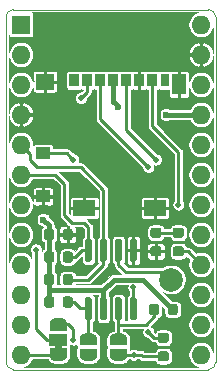
<source format=gbr>
%TF.GenerationSoftware,KiCad,Pcbnew,5.1.6+dfsg1-1~bpo10+1*%
%TF.CreationDate,2020-07-13T20:25:26+00:00*%
%TF.ProjectId,ProMicro_LOG,50726f4d-6963-4726-9f5f-4c4f472e6b69,v1.0*%
%TF.SameCoordinates,Original*%
%TF.FileFunction,Copper,L1,Top*%
%TF.FilePolarity,Positive*%
%FSLAX45Y45*%
G04 Gerber Fmt 4.5, Leading zero omitted, Abs format (unit mm)*
G04 Created by KiCad (PCBNEW 5.1.6+dfsg1-1~bpo10+1) date 2020-07-13 20:25:26*
%MOMM*%
%LPD*%
G01*
G04 APERTURE LIST*
%TA.AperFunction,Profile*%
%ADD10C,0.100000*%
%TD*%
%TA.AperFunction,EtchedComponent*%
%ADD11C,0.150000*%
%TD*%
%TA.AperFunction,ComponentPad*%
%ADD12O,1.600000X1.600000*%
%TD*%
%TA.AperFunction,ComponentPad*%
%ADD13R,1.600000X1.600000*%
%TD*%
%TA.AperFunction,SMDPad,CuDef*%
%ADD14C,0.150000*%
%TD*%
%TA.AperFunction,SMDPad,CuDef*%
%ADD15R,1.500000X1.000000*%
%TD*%
%TA.AperFunction,ComponentPad*%
%ADD16C,2.000000*%
%TD*%
%TA.AperFunction,SMDPad,CuDef*%
%ADD17R,1.900000X1.350000*%
%TD*%
%TA.AperFunction,SMDPad,CuDef*%
%ADD18R,1.200000X1.000000*%
%TD*%
%TA.AperFunction,SMDPad,CuDef*%
%ADD19R,1.550000X1.350000*%
%TD*%
%TA.AperFunction,SMDPad,CuDef*%
%ADD20R,1.170000X1.800000*%
%TD*%
%TA.AperFunction,SMDPad,CuDef*%
%ADD21R,0.850000X1.100000*%
%TD*%
%TA.AperFunction,SMDPad,CuDef*%
%ADD22R,0.750000X1.100000*%
%TD*%
%TA.AperFunction,ViaPad*%
%ADD23C,0.500000*%
%TD*%
%TA.AperFunction,ViaPad*%
%ADD24C,0.600000*%
%TD*%
%TA.AperFunction,Conductor*%
%ADD25C,0.400000*%
%TD*%
%TA.AperFunction,Conductor*%
%ADD26C,0.250000*%
%TD*%
%TA.AperFunction,Conductor*%
%ADD27C,0.125000*%
%TD*%
G04 APERTURE END LIST*
D10*
X-1587500Y2921000D02*
G75*
G03*
X-1651000Y2857500I0J-63500D01*
G01*
X127000Y2857500D02*
G75*
G03*
X63500Y2921000I-63500J0D01*
G01*
X63500Y-127000D02*
G75*
G03*
X127000Y-63500I0J63500D01*
G01*
X-1651000Y-63500D02*
G75*
G03*
X-1587500Y-127000I63500J0D01*
G01*
X-1651000Y2857500D02*
X-1651000Y-63500D01*
X63500Y2921000D02*
X-1587500Y2921000D01*
X127000Y-63500D02*
X127000Y2857500D01*
X-1587500Y-127000D02*
X63500Y-127000D01*
D11*
G36*
X-1236500Y37000D02*
G01*
X-1236500Y87000D01*
X-1176500Y87000D01*
X-1176500Y37000D01*
X-1236500Y37000D01*
G37*
D12*
X0Y2794000D03*
X0Y2540000D03*
X0Y2286000D03*
X-1524000Y0D03*
X0Y2032000D03*
X-1524000Y254000D03*
X0Y1778000D03*
X-1524000Y508000D03*
X0Y1524000D03*
X-1524000Y762000D03*
X0Y1270000D03*
X-1524000Y1016000D03*
X0Y1016000D03*
X-1524000Y1270000D03*
X0Y762000D03*
X-1524000Y1524000D03*
X0Y508000D03*
X-1524000Y1778000D03*
X0Y254000D03*
X-1524000Y2032000D03*
X0Y0D03*
X-1524000Y2286000D03*
X-1524000Y2540000D03*
D13*
X-1524000Y2794000D03*
%TA.AperFunction,SMDPad,CuDef*%
G36*
G01*
X-343125Y28500D02*
X-291875Y28500D01*
G75*
G02*
X-270000Y6625I0J-21875D01*
G01*
X-270000Y-37125D01*
G75*
G02*
X-291875Y-59000I-21875J0D01*
G01*
X-343125Y-59000D01*
G75*
G02*
X-365000Y-37125I0J21875D01*
G01*
X-365000Y6625D01*
G75*
G02*
X-343125Y28500I21875J0D01*
G01*
G37*
%TD.AperFunction*%
%TA.AperFunction,SMDPad,CuDef*%
G36*
G01*
X-343125Y186000D02*
X-291875Y186000D01*
G75*
G02*
X-270000Y164125I0J-21875D01*
G01*
X-270000Y120375D01*
G75*
G02*
X-291875Y98500I-21875J0D01*
G01*
X-343125Y98500D01*
G75*
G02*
X-365000Y120375I0J21875D01*
G01*
X-365000Y164125D01*
G75*
G02*
X-343125Y186000I21875J0D01*
G01*
G37*
%TD.AperFunction*%
%TA.AperFunction,SMDPad,CuDef*%
G36*
G01*
X-1171500Y990375D02*
X-1171500Y1041625D01*
G75*
G02*
X-1149625Y1063500I21875J0D01*
G01*
X-1105875Y1063500D01*
G75*
G02*
X-1084000Y1041625I0J-21875D01*
G01*
X-1084000Y990375D01*
G75*
G02*
X-1105875Y968500I-21875J0D01*
G01*
X-1149625Y968500D01*
G75*
G02*
X-1171500Y990375I0J21875D01*
G01*
G37*
%TD.AperFunction*%
%TA.AperFunction,SMDPad,CuDef*%
G36*
G01*
X-1329000Y990375D02*
X-1329000Y1041625D01*
G75*
G02*
X-1307125Y1063500I21875J0D01*
G01*
X-1263375Y1063500D01*
G75*
G02*
X-1241500Y1041625I0J-21875D01*
G01*
X-1241500Y990375D01*
G75*
G02*
X-1263375Y968500I-21875J0D01*
G01*
X-1307125Y968500D01*
G75*
G02*
X-1329000Y990375I0J21875D01*
G01*
G37*
%TD.AperFunction*%
%TA.AperFunction,SMDPad,CuDef*%
D14*
G36*
X-1131500Y52000D02*
G01*
X-1131500Y-3000D01*
X-1131560Y-3000D01*
X-1131560Y-5453D01*
X-1132041Y-10337D01*
X-1132998Y-15149D01*
X-1134423Y-19845D01*
X-1136301Y-24378D01*
X-1138614Y-28705D01*
X-1141340Y-32785D01*
X-1144452Y-36578D01*
X-1147922Y-40048D01*
X-1151715Y-43160D01*
X-1155795Y-45886D01*
X-1160122Y-48199D01*
X-1164656Y-50077D01*
X-1169351Y-51502D01*
X-1174164Y-52459D01*
X-1179047Y-52940D01*
X-1181500Y-52940D01*
X-1181500Y-53000D01*
X-1231500Y-53000D01*
X-1231500Y-52940D01*
X-1233953Y-52940D01*
X-1238837Y-52459D01*
X-1243649Y-51502D01*
X-1248345Y-50077D01*
X-1252878Y-48199D01*
X-1257205Y-45886D01*
X-1261285Y-43160D01*
X-1265078Y-40048D01*
X-1268548Y-36578D01*
X-1271660Y-32785D01*
X-1274386Y-28705D01*
X-1276700Y-24378D01*
X-1278577Y-19845D01*
X-1280002Y-15149D01*
X-1280959Y-10337D01*
X-1281440Y-5453D01*
X-1281440Y-3000D01*
X-1281500Y-3000D01*
X-1281500Y52000D01*
X-1131500Y52000D01*
G37*
%TD.AperFunction*%
D15*
X-1206500Y127000D03*
%TA.AperFunction,SMDPad,CuDef*%
D14*
G36*
X-1281440Y257000D02*
G01*
X-1281440Y259453D01*
X-1280959Y264337D01*
X-1280002Y269149D01*
X-1278577Y273845D01*
X-1276700Y278378D01*
X-1274386Y282705D01*
X-1271660Y286785D01*
X-1268548Y290578D01*
X-1265078Y294048D01*
X-1261285Y297160D01*
X-1257205Y299886D01*
X-1252878Y302200D01*
X-1248345Y304077D01*
X-1243649Y305502D01*
X-1238837Y306459D01*
X-1233953Y306940D01*
X-1231500Y306940D01*
X-1231500Y307000D01*
X-1181500Y307000D01*
X-1181500Y306940D01*
X-1179047Y306940D01*
X-1174164Y306459D01*
X-1169351Y305502D01*
X-1164656Y304077D01*
X-1160122Y302200D01*
X-1155795Y299886D01*
X-1151715Y297160D01*
X-1147922Y294048D01*
X-1144452Y290578D01*
X-1141340Y286785D01*
X-1138614Y282705D01*
X-1136301Y278378D01*
X-1134423Y273845D01*
X-1132998Y269149D01*
X-1132041Y264337D01*
X-1131560Y259453D01*
X-1131560Y257000D01*
X-1131500Y257000D01*
X-1131500Y202000D01*
X-1281500Y202000D01*
X-1281500Y257000D01*
X-1281440Y257000D01*
G37*
%TD.AperFunction*%
%TA.AperFunction,SMDPad,CuDef*%
G36*
G01*
X-355375Y987500D02*
X-406625Y987500D01*
G75*
G02*
X-428500Y1009375I0J21875D01*
G01*
X-428500Y1053125D01*
G75*
G02*
X-406625Y1075000I21875J0D01*
G01*
X-355375Y1075000D01*
G75*
G02*
X-333500Y1053125I0J-21875D01*
G01*
X-333500Y1009375D01*
G75*
G02*
X-355375Y987500I-21875J0D01*
G01*
G37*
%TD.AperFunction*%
%TA.AperFunction,SMDPad,CuDef*%
G36*
G01*
X-355375Y830000D02*
X-406625Y830000D01*
G75*
G02*
X-428500Y851875I0J21875D01*
G01*
X-428500Y895625D01*
G75*
G02*
X-406625Y917500I21875J0D01*
G01*
X-355375Y917500D01*
G75*
G02*
X-333500Y895625I0J-21875D01*
G01*
X-333500Y851875D01*
G75*
G02*
X-355375Y830000I-21875J0D01*
G01*
G37*
%TD.AperFunction*%
%TA.AperFunction,SMDPad,CuDef*%
G36*
G01*
X-164875Y987500D02*
X-216125Y987500D01*
G75*
G02*
X-238000Y1009375I0J21875D01*
G01*
X-238000Y1053125D01*
G75*
G02*
X-216125Y1075000I21875J0D01*
G01*
X-164875Y1075000D01*
G75*
G02*
X-143000Y1053125I0J-21875D01*
G01*
X-143000Y1009375D01*
G75*
G02*
X-164875Y987500I-21875J0D01*
G01*
G37*
%TD.AperFunction*%
%TA.AperFunction,SMDPad,CuDef*%
G36*
G01*
X-164875Y830000D02*
X-216125Y830000D01*
G75*
G02*
X-238000Y851875I0J21875D01*
G01*
X-238000Y895625D01*
G75*
G02*
X-216125Y917500I21875J0D01*
G01*
X-164875Y917500D01*
G75*
G02*
X-143000Y895625I0J-21875D01*
G01*
X-143000Y851875D01*
G75*
G02*
X-164875Y830000I-21875J0D01*
G01*
G37*
%TD.AperFunction*%
%TA.AperFunction,SMDPad,CuDef*%
G36*
G01*
X-1171500Y799875D02*
X-1171500Y851125D01*
G75*
G02*
X-1149625Y873000I21875J0D01*
G01*
X-1105875Y873000D01*
G75*
G02*
X-1084000Y851125I0J-21875D01*
G01*
X-1084000Y799875D01*
G75*
G02*
X-1105875Y778000I-21875J0D01*
G01*
X-1149625Y778000D01*
G75*
G02*
X-1171500Y799875I0J21875D01*
G01*
G37*
%TD.AperFunction*%
%TA.AperFunction,SMDPad,CuDef*%
G36*
G01*
X-1329000Y799875D02*
X-1329000Y851125D01*
G75*
G02*
X-1307125Y873000I21875J0D01*
G01*
X-1263375Y873000D01*
G75*
G02*
X-1241500Y851125I0J-21875D01*
G01*
X-1241500Y799875D01*
G75*
G02*
X-1263375Y778000I-21875J0D01*
G01*
X-1307125Y778000D01*
G75*
G02*
X-1329000Y799875I0J21875D01*
G01*
G37*
%TD.AperFunction*%
%TA.AperFunction,SMDPad,CuDef*%
G36*
G01*
X-1171500Y609375D02*
X-1171500Y660625D01*
G75*
G02*
X-1149625Y682500I21875J0D01*
G01*
X-1105875Y682500D01*
G75*
G02*
X-1084000Y660625I0J-21875D01*
G01*
X-1084000Y609375D01*
G75*
G02*
X-1105875Y587500I-21875J0D01*
G01*
X-1149625Y587500D01*
G75*
G02*
X-1171500Y609375I0J21875D01*
G01*
G37*
%TD.AperFunction*%
%TA.AperFunction,SMDPad,CuDef*%
G36*
G01*
X-1329000Y609375D02*
X-1329000Y660625D01*
G75*
G02*
X-1307125Y682500I21875J0D01*
G01*
X-1263375Y682500D01*
G75*
G02*
X-1241500Y660625I0J-21875D01*
G01*
X-1241500Y609375D01*
G75*
G02*
X-1263375Y587500I-21875J0D01*
G01*
X-1307125Y587500D01*
G75*
G02*
X-1329000Y609375I0J21875D01*
G01*
G37*
%TD.AperFunction*%
%TA.AperFunction,SMDPad,CuDef*%
G36*
G01*
X-1171500Y418875D02*
X-1171500Y470125D01*
G75*
G02*
X-1149625Y492000I21875J0D01*
G01*
X-1105875Y492000D01*
G75*
G02*
X-1084000Y470125I0J-21875D01*
G01*
X-1084000Y418875D01*
G75*
G02*
X-1105875Y397000I-21875J0D01*
G01*
X-1149625Y397000D01*
G75*
G02*
X-1171500Y418875I0J21875D01*
G01*
G37*
%TD.AperFunction*%
%TA.AperFunction,SMDPad,CuDef*%
G36*
G01*
X-1329000Y418875D02*
X-1329000Y470125D01*
G75*
G02*
X-1307125Y492000I21875J0D01*
G01*
X-1263375Y492000D01*
G75*
G02*
X-1241500Y470125I0J-21875D01*
G01*
X-1241500Y418875D01*
G75*
G02*
X-1263375Y397000I-21875J0D01*
G01*
X-1307125Y397000D01*
G75*
G02*
X-1329000Y418875I0J21875D01*
G01*
G37*
%TD.AperFunction*%
%TA.AperFunction,SMDPad,CuDef*%
G36*
G01*
X-352500Y406625D02*
X-352500Y355375D01*
G75*
G02*
X-374375Y333500I-21875J0D01*
G01*
X-418125Y333500D01*
G75*
G02*
X-440000Y355375I0J21875D01*
G01*
X-440000Y406625D01*
G75*
G02*
X-418125Y428500I21875J0D01*
G01*
X-374375Y428500D01*
G75*
G02*
X-352500Y406625I0J-21875D01*
G01*
G37*
%TD.AperFunction*%
%TA.AperFunction,SMDPad,CuDef*%
G36*
G01*
X-195000Y406625D02*
X-195000Y355375D01*
G75*
G02*
X-216875Y333500I-21875J0D01*
G01*
X-260625Y333500D01*
G75*
G02*
X-282500Y355375I0J21875D01*
G01*
X-282500Y406625D01*
G75*
G02*
X-260625Y428500I21875J0D01*
G01*
X-216875Y428500D01*
G75*
G02*
X-195000Y406625I0J-21875D01*
G01*
G37*
%TD.AperFunction*%
%TA.AperFunction,SMDPad,CuDef*%
G36*
X-877560Y-1500D02*
G01*
X-877560Y-3953D01*
X-878041Y-8837D01*
X-878998Y-13649D01*
X-880423Y-18345D01*
X-882300Y-22878D01*
X-884614Y-27205D01*
X-887340Y-31285D01*
X-890452Y-35078D01*
X-893922Y-38548D01*
X-897715Y-41660D01*
X-901795Y-44386D01*
X-906122Y-46699D01*
X-910655Y-48577D01*
X-915351Y-50002D01*
X-920163Y-50959D01*
X-925047Y-51440D01*
X-927500Y-51440D01*
X-927500Y-51500D01*
X-977500Y-51500D01*
X-977500Y-51440D01*
X-979953Y-51440D01*
X-984836Y-50959D01*
X-989649Y-50002D01*
X-994344Y-48577D01*
X-998878Y-46699D01*
X-1003205Y-44386D01*
X-1007285Y-41660D01*
X-1011078Y-38548D01*
X-1014548Y-35078D01*
X-1017660Y-31285D01*
X-1020386Y-27205D01*
X-1022699Y-22878D01*
X-1024577Y-18345D01*
X-1026002Y-13649D01*
X-1026959Y-8837D01*
X-1027440Y-3953D01*
X-1027440Y-1500D01*
X-1027500Y-1500D01*
X-1027500Y48500D01*
X-877500Y48500D01*
X-877500Y-1500D01*
X-877560Y-1500D01*
G37*
%TD.AperFunction*%
%TA.AperFunction,SMDPad,CuDef*%
G36*
X-1027500Y78500D02*
G01*
X-1027500Y128500D01*
X-1027440Y128500D01*
X-1027440Y130953D01*
X-1026959Y135837D01*
X-1026002Y140649D01*
X-1024577Y145345D01*
X-1022699Y149878D01*
X-1020386Y154205D01*
X-1017660Y158285D01*
X-1014548Y162078D01*
X-1011078Y165548D01*
X-1007285Y168660D01*
X-1003205Y171386D01*
X-998878Y173700D01*
X-994344Y175577D01*
X-989649Y177002D01*
X-984836Y177959D01*
X-979953Y178440D01*
X-977500Y178440D01*
X-977500Y178500D01*
X-927500Y178500D01*
X-927500Y178440D01*
X-925047Y178440D01*
X-920163Y177959D01*
X-915351Y177002D01*
X-910655Y175577D01*
X-906122Y173700D01*
X-901795Y171386D01*
X-897715Y168660D01*
X-893922Y165548D01*
X-890452Y162078D01*
X-887340Y158285D01*
X-884614Y154205D01*
X-882300Y149878D01*
X-880423Y145345D01*
X-878998Y140649D01*
X-878041Y135837D01*
X-877560Y130953D01*
X-877560Y128500D01*
X-877500Y128500D01*
X-877500Y78500D01*
X-1027500Y78500D01*
G37*
%TD.AperFunction*%
%TA.AperFunction,SMDPad,CuDef*%
G36*
X-623560Y-1500D02*
G01*
X-623560Y-3953D01*
X-624041Y-8837D01*
X-624998Y-13649D01*
X-626423Y-18345D01*
X-628301Y-22878D01*
X-630614Y-27205D01*
X-633340Y-31285D01*
X-636452Y-35078D01*
X-639922Y-38548D01*
X-643715Y-41660D01*
X-647795Y-44386D01*
X-652122Y-46699D01*
X-656656Y-48577D01*
X-661351Y-50002D01*
X-666164Y-50959D01*
X-671047Y-51440D01*
X-673500Y-51440D01*
X-673500Y-51500D01*
X-723500Y-51500D01*
X-723500Y-51440D01*
X-725953Y-51440D01*
X-730836Y-50959D01*
X-735649Y-50002D01*
X-740344Y-48577D01*
X-744878Y-46699D01*
X-749205Y-44386D01*
X-753285Y-41660D01*
X-757078Y-38548D01*
X-760548Y-35078D01*
X-763660Y-31285D01*
X-766386Y-27205D01*
X-768699Y-22878D01*
X-770577Y-18345D01*
X-772002Y-13649D01*
X-772959Y-8837D01*
X-773440Y-3953D01*
X-773440Y-1500D01*
X-773500Y-1500D01*
X-773500Y48500D01*
X-623500Y48500D01*
X-623500Y-1500D01*
X-623560Y-1500D01*
G37*
%TD.AperFunction*%
%TA.AperFunction,SMDPad,CuDef*%
G36*
X-773500Y78500D02*
G01*
X-773500Y128500D01*
X-773440Y128500D01*
X-773440Y130953D01*
X-772959Y135837D01*
X-772002Y140649D01*
X-770577Y145345D01*
X-768699Y149878D01*
X-766386Y154205D01*
X-763660Y158285D01*
X-760548Y162078D01*
X-757078Y165548D01*
X-753285Y168660D01*
X-749205Y171386D01*
X-744878Y173700D01*
X-740344Y175577D01*
X-735649Y177002D01*
X-730836Y177959D01*
X-725953Y178440D01*
X-723500Y178440D01*
X-723500Y178500D01*
X-673500Y178500D01*
X-673500Y178440D01*
X-671047Y178440D01*
X-666164Y177959D01*
X-661351Y177002D01*
X-656656Y175577D01*
X-652122Y173700D01*
X-647795Y171386D01*
X-643715Y168660D01*
X-639922Y165548D01*
X-636452Y162078D01*
X-633340Y158285D01*
X-630614Y154205D01*
X-628301Y149878D01*
X-626423Y145345D01*
X-624998Y140649D01*
X-624041Y135837D01*
X-623560Y130953D01*
X-623560Y128500D01*
X-623500Y128500D01*
X-623500Y78500D01*
X-773500Y78500D01*
G37*
%TD.AperFunction*%
%TA.AperFunction,SMDPad,CuDef*%
G36*
G01*
X-937500Y785000D02*
X-967500Y785000D01*
G75*
G02*
X-982500Y800000I0J15000D01*
G01*
X-982500Y965000D01*
G75*
G02*
X-967500Y980000I15000J0D01*
G01*
X-937500Y980000D01*
G75*
G02*
X-922500Y965000I0J-15000D01*
G01*
X-922500Y800000D01*
G75*
G02*
X-937500Y785000I-15000J0D01*
G01*
G37*
%TD.AperFunction*%
%TA.AperFunction,SMDPad,CuDef*%
G36*
G01*
X-810500Y785000D02*
X-840500Y785000D01*
G75*
G02*
X-855500Y800000I0J15000D01*
G01*
X-855500Y965000D01*
G75*
G02*
X-840500Y980000I15000J0D01*
G01*
X-810500Y980000D01*
G75*
G02*
X-795500Y965000I0J-15000D01*
G01*
X-795500Y800000D01*
G75*
G02*
X-810500Y785000I-15000J0D01*
G01*
G37*
%TD.AperFunction*%
%TA.AperFunction,SMDPad,CuDef*%
G36*
G01*
X-683500Y785000D02*
X-713500Y785000D01*
G75*
G02*
X-728500Y800000I0J15000D01*
G01*
X-728500Y965000D01*
G75*
G02*
X-713500Y980000I15000J0D01*
G01*
X-683500Y980000D01*
G75*
G02*
X-668500Y965000I0J-15000D01*
G01*
X-668500Y800000D01*
G75*
G02*
X-683500Y785000I-15000J0D01*
G01*
G37*
%TD.AperFunction*%
%TA.AperFunction,SMDPad,CuDef*%
G36*
G01*
X-556500Y785000D02*
X-586500Y785000D01*
G75*
G02*
X-601500Y800000I0J15000D01*
G01*
X-601500Y965000D01*
G75*
G02*
X-586500Y980000I15000J0D01*
G01*
X-556500Y980000D01*
G75*
G02*
X-541500Y965000I0J-15000D01*
G01*
X-541500Y800000D01*
G75*
G02*
X-556500Y785000I-15000J0D01*
G01*
G37*
%TD.AperFunction*%
%TA.AperFunction,SMDPad,CuDef*%
G36*
G01*
X-556500Y290000D02*
X-586500Y290000D01*
G75*
G02*
X-601500Y305000I0J15000D01*
G01*
X-601500Y470000D01*
G75*
G02*
X-586500Y485000I15000J0D01*
G01*
X-556500Y485000D01*
G75*
G02*
X-541500Y470000I0J-15000D01*
G01*
X-541500Y305000D01*
G75*
G02*
X-556500Y290000I-15000J0D01*
G01*
G37*
%TD.AperFunction*%
%TA.AperFunction,SMDPad,CuDef*%
G36*
G01*
X-683500Y290000D02*
X-713500Y290000D01*
G75*
G02*
X-728500Y305000I0J15000D01*
G01*
X-728500Y470000D01*
G75*
G02*
X-713500Y485000I15000J0D01*
G01*
X-683500Y485000D01*
G75*
G02*
X-668500Y470000I0J-15000D01*
G01*
X-668500Y305000D01*
G75*
G02*
X-683500Y290000I-15000J0D01*
G01*
G37*
%TD.AperFunction*%
%TA.AperFunction,SMDPad,CuDef*%
G36*
G01*
X-810500Y290000D02*
X-840500Y290000D01*
G75*
G02*
X-855500Y305000I0J15000D01*
G01*
X-855500Y470000D01*
G75*
G02*
X-840500Y485000I15000J0D01*
G01*
X-810500Y485000D01*
G75*
G02*
X-795500Y470000I0J-15000D01*
G01*
X-795500Y305000D01*
G75*
G02*
X-810500Y290000I-15000J0D01*
G01*
G37*
%TD.AperFunction*%
%TA.AperFunction,SMDPad,CuDef*%
G36*
G01*
X-937500Y290000D02*
X-967500Y290000D01*
G75*
G02*
X-982500Y305000I0J15000D01*
G01*
X-982500Y470000D01*
G75*
G02*
X-967500Y485000I15000J0D01*
G01*
X-937500Y485000D01*
G75*
G02*
X-922500Y470000I0J-15000D01*
G01*
X-922500Y305000D01*
G75*
G02*
X-937500Y290000I-15000J0D01*
G01*
G37*
%TD.AperFunction*%
D16*
X-254000Y635000D03*
D17*
X-389000Y1240500D03*
X-986000Y1240500D03*
D18*
X-1336000Y1708000D03*
X-1336000Y1338000D03*
D19*
X-1318500Y2310500D03*
D20*
X-186500Y2288000D03*
D21*
X-412500Y2323000D03*
X-522500Y2323000D03*
X-632500Y2323000D03*
X-742500Y2323000D03*
X-852500Y2323000D03*
X-962500Y2323000D03*
D22*
X-307500Y2323000D03*
D21*
X-1072500Y2323000D03*
D23*
X-520700Y2197100D03*
X-952500Y1397000D03*
X-889000Y1079500D03*
X-762000Y711200D03*
X-355600Y254000D03*
X-1206500Y1841500D03*
X-1079500Y1968500D03*
X-635000Y1079500D03*
X-190500Y63500D03*
X-762000Y1524000D03*
X-1016000Y736600D03*
X-1016000Y1016000D03*
X-533400Y114300D03*
X-1244600Y1219200D03*
X-1244600Y1435100D03*
X-520700Y1968500D03*
X-825500Y63500D03*
X-1079500Y0D03*
X-1079500Y1397000D03*
D24*
X-698500Y2095500D03*
X-1333500Y1143000D03*
X-292100Y2032000D03*
D23*
X-571500Y569999D03*
X-381000Y1651000D03*
X-190500Y1270000D03*
X-444500Y1587500D03*
X-1079500Y127000D03*
X-1079500Y1651000D03*
X-444502Y190502D03*
X-1397000Y889000D03*
X-1016000Y2171700D03*
X-570000Y-1500D03*
D25*
X-1285250Y929650D02*
X-1285250Y1016000D01*
X-1285250Y825500D02*
X-1285250Y929650D01*
X-1285250Y825500D02*
X-1285250Y746750D01*
X-1285250Y635000D02*
X-1285250Y746750D01*
X-1285250Y444500D02*
X-1285250Y556250D01*
X-1285250Y635000D02*
X-1285250Y556250D01*
X-1285250Y556250D02*
X-1276499Y547499D01*
X-826899Y547499D02*
X-825500Y546100D01*
X-1276499Y547499D02*
X-826899Y547499D01*
X-736600Y635000D02*
X-825500Y546100D01*
X-238750Y381000D02*
X-492750Y635000D01*
X-825500Y546100D02*
X-825500Y387500D01*
X-492750Y635000D02*
X-736600Y635000D01*
X-728500Y2125500D02*
X-698500Y2095500D01*
X-742500Y2323000D02*
X-742500Y2139500D01*
X-742500Y2139500D02*
X-728500Y2125500D01*
X-1285250Y1094750D02*
X-1333500Y1143000D01*
X-1285250Y1016000D02*
X-1285250Y1094750D01*
X0Y2032000D02*
X-292100Y2032000D01*
D26*
X-571500Y387500D02*
X-571500Y569999D01*
X-1009800Y882500D02*
X-952500Y882500D01*
X-1127750Y825500D02*
X-1066800Y825500D01*
X-1066800Y825500D02*
X-1009800Y882500D01*
X-1410863Y1524000D02*
X-1524000Y1524000D01*
X-1231900Y1524000D02*
X-1410863Y1524000D01*
X-1155700Y1447800D02*
X-1231900Y1524000D01*
X-952500Y889000D02*
X-952500Y1079500D01*
X-1092200Y1117600D02*
X-1155700Y1181100D01*
X-990600Y1117600D02*
X-1092200Y1117600D01*
X-952500Y1079500D02*
X-990600Y1117600D01*
X-1155700Y1181100D02*
X-1155700Y1447800D01*
X-952500Y635000D02*
X-1127750Y635000D01*
X-825500Y762000D02*
X-952500Y635000D01*
X-825500Y1397000D02*
X-825500Y762000D01*
X-1444000Y1698000D02*
X-1444000Y1647500D01*
X-1524000Y1778000D02*
X-1444000Y1698000D01*
X-1444000Y1647500D02*
X-1384000Y1587500D01*
X-1384000Y1587500D02*
X-1016000Y1587500D01*
X-1016000Y1587500D02*
X-825500Y1397000D01*
X-698500Y762000D02*
X-698500Y876300D01*
X-635000Y698500D02*
X-698500Y762000D01*
X-254000Y635000D02*
X-317500Y698500D01*
X-317500Y698500D02*
X-635000Y698500D01*
X-396250Y323500D02*
X-465750Y254000D01*
X-396250Y381000D02*
X-396250Y323500D01*
X-465750Y254000D02*
X-698500Y254000D01*
X-698500Y387500D02*
X-698500Y254000D01*
X-698500Y254000D02*
X-698500Y127000D01*
X-952500Y387500D02*
X-952500Y127000D01*
X-1019600Y393700D02*
X-952500Y393700D01*
X-1127750Y444500D02*
X-1070400Y444500D01*
X-1070400Y444500D02*
X-1019600Y393700D01*
X-190500Y873750D02*
X-111750Y873750D01*
X-111750Y873750D02*
X0Y762000D01*
X-632500Y1902500D02*
X-406000Y1676000D01*
X-406000Y1676000D02*
X-381000Y1651000D01*
X-632500Y2323000D02*
X-632500Y1902500D01*
X-412500Y1936500D02*
X-412500Y2323000D01*
X-190500Y1270000D02*
X-190500Y1714500D01*
X-190500Y1714500D02*
X-412500Y1936500D01*
X-852500Y2323000D02*
X-852500Y1995500D01*
X-852500Y1995500D02*
X-469500Y1612500D01*
X-469500Y1612500D02*
X-444500Y1587500D01*
X-1206500Y-3000D02*
X-1355900Y-3000D01*
X-1358900Y0D02*
X-1524000Y0D01*
X-1355900Y-3000D02*
X-1358900Y0D01*
X-1079500Y162355D02*
X-1079500Y127000D01*
X-1121741Y257000D02*
X-1079500Y214759D01*
X-1206500Y257000D02*
X-1121741Y257000D01*
X-1079500Y214759D02*
X-1079500Y162355D01*
X-1336000Y1708000D02*
X-1136500Y1708000D01*
X-1136500Y1708000D02*
X-1104500Y1676000D01*
X-1104500Y1676000D02*
X-1079500Y1651000D01*
X-396250Y142250D02*
X-444502Y190502D01*
X-317500Y142250D02*
X-396250Y142250D01*
X-1397000Y217500D02*
X-1397000Y889000D01*
X-1206500Y127000D02*
X-1306500Y127000D01*
X-1306500Y127000D02*
X-1397000Y217500D01*
X-962500Y2225200D02*
X-1016000Y2171700D01*
X-962500Y2323000D02*
X-962500Y2225200D01*
X-381000Y1031250D02*
X-294650Y1031250D01*
X-190500Y1031250D02*
X-294650Y1031250D01*
X-698500Y-1500D02*
X-570000Y-1500D01*
X-317500Y-15250D02*
X-492750Y-15250D01*
X-492750Y-15250D02*
X-506500Y-1500D01*
X-506500Y-1500D02*
X-570000Y-1500D01*
D27*
G36*
X-30992Y2896167D02*
G01*
X-50328Y2888157D01*
X-67730Y2876530D01*
X-82530Y2861730D01*
X-94157Y2844328D01*
X-102167Y2824992D01*
X-106250Y2804465D01*
X-106250Y2783535D01*
X-102167Y2763008D01*
X-94157Y2743672D01*
X-82530Y2726270D01*
X-67730Y2711470D01*
X-50328Y2699843D01*
X-30992Y2691833D01*
X-10465Y2687750D01*
X10465Y2687750D01*
X30992Y2691833D01*
X50328Y2699843D01*
X67730Y2711470D01*
X82530Y2726270D01*
X94157Y2743672D01*
X102167Y2763008D01*
X103250Y2768454D01*
X103250Y2548750D01*
X99303Y2548750D01*
X103217Y2565207D01*
X99826Y2576385D01*
X90810Y2595161D01*
X78303Y2611818D01*
X62788Y2625714D01*
X44859Y2636316D01*
X25207Y2643217D01*
X8750Y2639327D01*
X8750Y2548750D01*
X10750Y2548750D01*
X10750Y2531250D01*
X8750Y2531250D01*
X8750Y2440673D01*
X25207Y2436783D01*
X44859Y2443684D01*
X62788Y2454286D01*
X78303Y2468182D01*
X90810Y2484839D01*
X99826Y2503615D01*
X103217Y2514793D01*
X99303Y2531250D01*
X103250Y2531250D01*
X103250Y2311546D01*
X102167Y2316992D01*
X94157Y2336328D01*
X82530Y2353730D01*
X67730Y2368530D01*
X50328Y2380158D01*
X30992Y2388167D01*
X10465Y2392250D01*
X-10465Y2392250D01*
X-30992Y2388167D01*
X-50328Y2380158D01*
X-67730Y2368530D01*
X-82530Y2353730D01*
X-94157Y2336328D01*
X-101725Y2318059D01*
X-101623Y2378000D01*
X-102130Y2383146D01*
X-103631Y2388094D01*
X-106068Y2392654D01*
X-109349Y2396651D01*
X-113346Y2399932D01*
X-117906Y2402369D01*
X-122854Y2403870D01*
X-128000Y2404377D01*
X-171188Y2404250D01*
X-177750Y2397688D01*
X-177750Y2296750D01*
X-175750Y2296750D01*
X-175750Y2279250D01*
X-177750Y2279250D01*
X-177750Y2178313D01*
X-171188Y2171750D01*
X-128000Y2171623D01*
X-122854Y2172130D01*
X-117906Y2173631D01*
X-113346Y2176068D01*
X-109349Y2179349D01*
X-106068Y2183346D01*
X-103631Y2187906D01*
X-102130Y2192854D01*
X-101623Y2198000D01*
X-101718Y2253925D01*
X-94157Y2235672D01*
X-82530Y2218270D01*
X-67730Y2203470D01*
X-50328Y2191843D01*
X-30992Y2183833D01*
X-10465Y2179750D01*
X10465Y2179750D01*
X30992Y2183833D01*
X50328Y2191843D01*
X67730Y2203470D01*
X82530Y2218270D01*
X94157Y2235672D01*
X102167Y2255008D01*
X103250Y2260454D01*
X103250Y2057546D01*
X102167Y2062992D01*
X94157Y2082328D01*
X82530Y2099730D01*
X67730Y2114530D01*
X50328Y2126158D01*
X30992Y2134167D01*
X10465Y2138250D01*
X-10465Y2138250D01*
X-30992Y2134167D01*
X-50328Y2126158D01*
X-67730Y2114530D01*
X-82530Y2099730D01*
X-94157Y2082328D01*
X-95847Y2078250D01*
X-260071Y2078250D01*
X-265456Y2081848D01*
X-275693Y2086088D01*
X-286560Y2088250D01*
X-297640Y2088250D01*
X-308508Y2086088D01*
X-318744Y2081848D01*
X-327957Y2075692D01*
X-335792Y2067857D01*
X-341948Y2058644D01*
X-346188Y2048407D01*
X-348350Y2037540D01*
X-348350Y2026460D01*
X-346188Y2015592D01*
X-341948Y2005356D01*
X-335792Y1996143D01*
X-327957Y1988308D01*
X-318744Y1982152D01*
X-308508Y1977912D01*
X-297640Y1975750D01*
X-286560Y1975750D01*
X-275693Y1977912D01*
X-265456Y1982152D01*
X-260071Y1985750D01*
X-95847Y1985750D01*
X-94157Y1981672D01*
X-82530Y1964270D01*
X-67730Y1949470D01*
X-50328Y1937842D01*
X-30992Y1929833D01*
X-10465Y1925750D01*
X10465Y1925750D01*
X30992Y1929833D01*
X50328Y1937842D01*
X67730Y1949470D01*
X82530Y1964270D01*
X94157Y1981672D01*
X102167Y2001008D01*
X103250Y2006453D01*
X103250Y1803546D01*
X102167Y1808992D01*
X94157Y1828328D01*
X82530Y1845730D01*
X67730Y1860530D01*
X50328Y1872157D01*
X30992Y1880167D01*
X10465Y1884250D01*
X-10465Y1884250D01*
X-30992Y1880167D01*
X-50328Y1872157D01*
X-67730Y1860530D01*
X-82530Y1845730D01*
X-94157Y1828328D01*
X-102167Y1808992D01*
X-106250Y1788465D01*
X-106250Y1767535D01*
X-102167Y1747008D01*
X-94157Y1727672D01*
X-82530Y1710270D01*
X-67730Y1695470D01*
X-50328Y1683842D01*
X-30992Y1675833D01*
X-10465Y1671750D01*
X10465Y1671750D01*
X30992Y1675833D01*
X50328Y1683842D01*
X67730Y1695470D01*
X82530Y1710270D01*
X94157Y1727672D01*
X102167Y1747008D01*
X103250Y1752453D01*
X103250Y1549547D01*
X102167Y1554992D01*
X94157Y1574328D01*
X82530Y1591730D01*
X67730Y1606530D01*
X50328Y1618157D01*
X30992Y1626167D01*
X10465Y1630250D01*
X-10465Y1630250D01*
X-30992Y1626167D01*
X-50328Y1618157D01*
X-67730Y1606530D01*
X-82530Y1591730D01*
X-94157Y1574328D01*
X-102167Y1554992D01*
X-106250Y1534465D01*
X-106250Y1513535D01*
X-102167Y1493008D01*
X-94157Y1473672D01*
X-82530Y1456270D01*
X-67730Y1441470D01*
X-50328Y1429842D01*
X-30992Y1421833D01*
X-10465Y1417750D01*
X10465Y1417750D01*
X30992Y1421833D01*
X50328Y1429842D01*
X67730Y1441470D01*
X82530Y1456270D01*
X94157Y1473672D01*
X102167Y1493008D01*
X103250Y1498453D01*
X103250Y1295547D01*
X102167Y1300992D01*
X94157Y1320328D01*
X82530Y1337730D01*
X67730Y1352530D01*
X50328Y1364158D01*
X30992Y1372167D01*
X10465Y1376250D01*
X-10465Y1376250D01*
X-30992Y1372167D01*
X-50328Y1364158D01*
X-67730Y1352530D01*
X-82530Y1337730D01*
X-94157Y1320328D01*
X-102167Y1300992D01*
X-106250Y1280465D01*
X-106250Y1259535D01*
X-102167Y1239008D01*
X-94157Y1219672D01*
X-82530Y1202270D01*
X-67730Y1187470D01*
X-50328Y1175843D01*
X-30992Y1167833D01*
X-10465Y1163750D01*
X10465Y1163750D01*
X30992Y1167833D01*
X50328Y1175843D01*
X67730Y1187470D01*
X82530Y1202270D01*
X94157Y1219672D01*
X102167Y1239008D01*
X103250Y1244453D01*
X103250Y1041547D01*
X102167Y1046992D01*
X94157Y1066328D01*
X82530Y1083730D01*
X67730Y1098530D01*
X50328Y1110158D01*
X30992Y1118167D01*
X10465Y1122250D01*
X-10465Y1122250D01*
X-30992Y1118167D01*
X-50328Y1110158D01*
X-67730Y1098530D01*
X-82530Y1083730D01*
X-94157Y1066328D01*
X-102167Y1046992D01*
X-106250Y1026465D01*
X-106250Y1005535D01*
X-102167Y985008D01*
X-94157Y965672D01*
X-82530Y948270D01*
X-67730Y933470D01*
X-50328Y921842D01*
X-30992Y913833D01*
X-10465Y909750D01*
X10465Y909750D01*
X30992Y913833D01*
X50328Y921842D01*
X67730Y933470D01*
X82530Y948270D01*
X94157Y965672D01*
X102167Y985008D01*
X103250Y990453D01*
X103250Y787547D01*
X102167Y792992D01*
X94157Y812328D01*
X82530Y829730D01*
X67730Y844530D01*
X50328Y856157D01*
X30992Y864167D01*
X10465Y868250D01*
X-10465Y868250D01*
X-30992Y864167D01*
X-42570Y859371D01*
X-83004Y899804D01*
X-84217Y901283D01*
X-90117Y906125D01*
X-96849Y909723D01*
X-104154Y911939D01*
X-109847Y912500D01*
X-111750Y912687D01*
X-113653Y912500D01*
X-119814Y912500D01*
X-120296Y914090D01*
X-124755Y922432D01*
X-130756Y929744D01*
X-138068Y935745D01*
X-146410Y940204D01*
X-155462Y942950D01*
X-164875Y943877D01*
X-216125Y943877D01*
X-225538Y942950D01*
X-234590Y940204D01*
X-242932Y935745D01*
X-250244Y929744D01*
X-256245Y922432D01*
X-260704Y914090D01*
X-263450Y905038D01*
X-264377Y895625D01*
X-264377Y851875D01*
X-263450Y842461D01*
X-260704Y833410D01*
X-256245Y825068D01*
X-250244Y817756D01*
X-242932Y811755D01*
X-234590Y807296D01*
X-225538Y804550D01*
X-216125Y803623D01*
X-164875Y803623D01*
X-155462Y804550D01*
X-146410Y807296D01*
X-138068Y811755D01*
X-130756Y817756D01*
X-124755Y825068D01*
X-122356Y829555D01*
X-97371Y804570D01*
X-102167Y792992D01*
X-106250Y772465D01*
X-106250Y751535D01*
X-102167Y731008D01*
X-94157Y711672D01*
X-82530Y694270D01*
X-67730Y679470D01*
X-50328Y667843D01*
X-30992Y659833D01*
X-10465Y655750D01*
X10465Y655750D01*
X30992Y659833D01*
X50328Y667843D01*
X67730Y679470D01*
X82530Y694270D01*
X94157Y711672D01*
X102167Y731008D01*
X103250Y736453D01*
X103250Y533547D01*
X102167Y538992D01*
X94157Y558328D01*
X82530Y575730D01*
X67730Y590530D01*
X50328Y602158D01*
X30992Y610167D01*
X10465Y614250D01*
X-10465Y614250D01*
X-30992Y610167D01*
X-50328Y602158D01*
X-67730Y590530D01*
X-82530Y575730D01*
X-94157Y558328D01*
X-102167Y538992D01*
X-106250Y518465D01*
X-106250Y497535D01*
X-102167Y477008D01*
X-94157Y457672D01*
X-82530Y440270D01*
X-67730Y425470D01*
X-50328Y413842D01*
X-30992Y405833D01*
X-10465Y401750D01*
X10465Y401750D01*
X30992Y405833D01*
X50328Y413842D01*
X67730Y425470D01*
X82530Y440270D01*
X94157Y457672D01*
X102167Y477008D01*
X103250Y482453D01*
X103250Y279547D01*
X102167Y284992D01*
X94157Y304328D01*
X82530Y321730D01*
X67730Y336530D01*
X50328Y348158D01*
X30992Y356167D01*
X10465Y360250D01*
X-10465Y360250D01*
X-30992Y356167D01*
X-50328Y348158D01*
X-67730Y336530D01*
X-82530Y321730D01*
X-94157Y304328D01*
X-102167Y284992D01*
X-106250Y264465D01*
X-106250Y243535D01*
X-102167Y223008D01*
X-94157Y203672D01*
X-82530Y186270D01*
X-67730Y171470D01*
X-50328Y159843D01*
X-30992Y151833D01*
X-10465Y147750D01*
X10465Y147750D01*
X30992Y151833D01*
X50328Y159843D01*
X67730Y171470D01*
X82530Y186270D01*
X94157Y203672D01*
X102167Y223008D01*
X103250Y228453D01*
X103250Y25547D01*
X102167Y30992D01*
X94157Y50328D01*
X82530Y67730D01*
X67730Y82530D01*
X50328Y94157D01*
X30992Y102167D01*
X10465Y106250D01*
X-10465Y106250D01*
X-30992Y102167D01*
X-50328Y94157D01*
X-67730Y82530D01*
X-82530Y67730D01*
X-94157Y50328D01*
X-102167Y30992D01*
X-106250Y10465D01*
X-106250Y-10465D01*
X-102167Y-30992D01*
X-94157Y-50328D01*
X-82530Y-67730D01*
X-67730Y-82530D01*
X-50328Y-94157D01*
X-30992Y-102167D01*
X-25547Y-103250D01*
X-1498453Y-103250D01*
X-1493008Y-102167D01*
X-1473672Y-94157D01*
X-1456270Y-82530D01*
X-1441470Y-67730D01*
X-1429842Y-50328D01*
X-1425047Y-38750D01*
X-1371219Y-38750D01*
X-1370801Y-38974D01*
X-1363496Y-41189D01*
X-1357803Y-41750D01*
X-1357802Y-41750D01*
X-1355900Y-41937D01*
X-1353998Y-41750D01*
X-1297176Y-41750D01*
X-1292082Y-49374D01*
X-1288802Y-53371D01*
X-1281871Y-60302D01*
X-1277874Y-63582D01*
X-1269724Y-69028D01*
X-1265164Y-71465D01*
X-1256108Y-75216D01*
X-1251160Y-76717D01*
X-1241547Y-78629D01*
X-1236401Y-79136D01*
X-1233945Y-79136D01*
X-1231500Y-79377D01*
X-1181500Y-79377D01*
X-1179055Y-79136D01*
X-1176599Y-79136D01*
X-1171453Y-78629D01*
X-1161840Y-76717D01*
X-1156892Y-75216D01*
X-1147836Y-71465D01*
X-1143276Y-69028D01*
X-1135126Y-63582D01*
X-1131129Y-60302D01*
X-1124198Y-53371D01*
X-1120918Y-49374D01*
X-1115472Y-41224D01*
X-1113035Y-36664D01*
X-1109284Y-27608D01*
X-1107783Y-22660D01*
X-1105871Y-13047D01*
X-1105364Y-7901D01*
X-1105364Y-5445D01*
X-1105123Y-3000D01*
X-1105123Y52000D01*
X-1105630Y57146D01*
X-1107131Y62094D01*
X-1108417Y64500D01*
X-1107131Y66906D01*
X-1105630Y71854D01*
X-1105123Y77000D01*
X-1105123Y82483D01*
X-1103776Y81583D01*
X-1094449Y77720D01*
X-1084548Y75750D01*
X-1074452Y75750D01*
X-1064551Y77720D01*
X-1055224Y81583D01*
X-1053877Y82483D01*
X-1053877Y78500D01*
X-1053370Y73354D01*
X-1051869Y68406D01*
X-1049432Y63846D01*
X-1049148Y63500D01*
X-1049432Y63154D01*
X-1051869Y58594D01*
X-1053370Y53646D01*
X-1053877Y48500D01*
X-1053877Y-1500D01*
X-1053636Y-3945D01*
X-1053636Y-6401D01*
X-1053129Y-11547D01*
X-1051217Y-21160D01*
X-1049716Y-26108D01*
X-1045965Y-35164D01*
X-1043528Y-39724D01*
X-1038082Y-47874D01*
X-1034802Y-51871D01*
X-1027871Y-58802D01*
X-1023874Y-62082D01*
X-1015724Y-67528D01*
X-1011164Y-69965D01*
X-1002108Y-73716D01*
X-997160Y-75217D01*
X-987547Y-77129D01*
X-982401Y-77636D01*
X-979945Y-77636D01*
X-977500Y-77877D01*
X-927500Y-77877D01*
X-925055Y-77636D01*
X-922599Y-77636D01*
X-917453Y-77129D01*
X-907840Y-75217D01*
X-902892Y-73716D01*
X-893836Y-69965D01*
X-889276Y-67528D01*
X-881126Y-62082D01*
X-877129Y-58802D01*
X-870198Y-51871D01*
X-866918Y-47874D01*
X-861472Y-39724D01*
X-859035Y-35164D01*
X-855284Y-26108D01*
X-853783Y-21160D01*
X-851871Y-11547D01*
X-851364Y-6401D01*
X-851364Y-3945D01*
X-851123Y-1500D01*
X-851123Y48500D01*
X-851630Y53646D01*
X-853131Y58594D01*
X-855568Y63154D01*
X-855852Y63500D01*
X-855568Y63846D01*
X-853131Y68406D01*
X-851630Y73354D01*
X-851123Y78500D01*
X-851123Y128500D01*
X-851364Y130945D01*
X-851364Y133401D01*
X-851871Y138547D01*
X-853783Y148160D01*
X-855284Y153108D01*
X-859035Y162164D01*
X-861472Y166724D01*
X-866918Y174874D01*
X-870198Y178871D01*
X-877129Y185802D01*
X-881126Y189082D01*
X-889276Y194528D01*
X-893836Y196965D01*
X-902892Y200716D01*
X-907840Y202217D01*
X-913750Y203393D01*
X-913750Y271222D01*
X-908242Y275742D01*
X-903096Y282012D01*
X-899273Y289166D01*
X-896918Y296928D01*
X-896123Y305000D01*
X-896123Y470000D01*
X-896918Y478072D01*
X-899273Y485834D01*
X-903096Y492988D01*
X-908242Y499258D01*
X-910668Y501249D01*
X-871750Y501249D01*
X-871750Y496831D01*
X-874904Y492988D01*
X-878727Y485834D01*
X-881082Y478072D01*
X-881877Y470000D01*
X-881877Y305000D01*
X-881082Y296928D01*
X-878727Y289166D01*
X-874904Y282012D01*
X-869758Y275742D01*
X-863488Y270596D01*
X-856334Y266773D01*
X-848572Y264418D01*
X-840500Y263623D01*
X-810500Y263623D01*
X-802428Y264418D01*
X-794666Y266773D01*
X-787512Y270596D01*
X-781242Y275742D01*
X-776096Y282012D01*
X-772273Y289166D01*
X-769918Y296928D01*
X-769123Y305000D01*
X-769123Y470000D01*
X-769918Y478072D01*
X-772273Y485834D01*
X-776096Y492988D01*
X-779250Y496831D01*
X-779250Y526943D01*
X-717443Y588750D01*
X-619206Y588750D01*
X-620781Y584948D01*
X-622750Y575047D01*
X-622750Y564951D01*
X-620781Y555050D01*
X-616917Y545723D01*
X-611309Y537329D01*
X-610250Y536270D01*
X-610250Y503778D01*
X-615758Y499258D01*
X-620904Y492988D01*
X-624727Y485834D01*
X-627082Y478072D01*
X-627877Y470000D01*
X-627877Y305000D01*
X-627082Y296928D01*
X-625815Y292750D01*
X-644185Y292750D01*
X-642918Y296928D01*
X-642123Y305000D01*
X-642123Y470000D01*
X-642918Y478072D01*
X-645273Y485834D01*
X-649096Y492988D01*
X-654242Y499258D01*
X-660512Y504404D01*
X-667666Y508227D01*
X-675428Y510582D01*
X-683500Y511377D01*
X-713500Y511377D01*
X-721572Y510582D01*
X-729334Y508227D01*
X-736488Y504404D01*
X-742758Y499258D01*
X-747904Y492988D01*
X-751727Y485834D01*
X-754082Y478072D01*
X-754877Y470000D01*
X-754877Y305000D01*
X-754082Y296928D01*
X-751727Y289166D01*
X-747904Y282012D01*
X-742758Y275742D01*
X-737250Y271222D01*
X-737250Y255904D01*
X-737437Y254000D01*
X-737250Y252097D01*
X-737250Y203393D01*
X-743160Y202217D01*
X-748108Y200716D01*
X-757164Y196965D01*
X-761724Y194528D01*
X-769874Y189082D01*
X-773871Y185802D01*
X-780802Y178871D01*
X-784082Y174874D01*
X-789528Y166724D01*
X-791965Y162164D01*
X-795716Y153108D01*
X-797217Y148160D01*
X-799129Y138547D01*
X-799636Y133401D01*
X-799636Y130945D01*
X-799877Y128500D01*
X-799877Y78500D01*
X-799370Y73354D01*
X-797869Y68406D01*
X-795432Y63846D01*
X-795148Y63500D01*
X-795432Y63154D01*
X-797869Y58594D01*
X-799370Y53646D01*
X-799877Y48500D01*
X-799877Y-1500D01*
X-799636Y-3945D01*
X-799636Y-6401D01*
X-799129Y-11547D01*
X-797217Y-21160D01*
X-795716Y-26108D01*
X-791965Y-35164D01*
X-789528Y-39724D01*
X-784082Y-47874D01*
X-780802Y-51871D01*
X-773871Y-58802D01*
X-769874Y-62082D01*
X-761724Y-67528D01*
X-757164Y-69965D01*
X-748108Y-73716D01*
X-743160Y-75217D01*
X-733547Y-77129D01*
X-728401Y-77636D01*
X-725945Y-77636D01*
X-723500Y-77877D01*
X-673500Y-77877D01*
X-671055Y-77636D01*
X-668599Y-77636D01*
X-663453Y-77129D01*
X-653840Y-75217D01*
X-648892Y-73716D01*
X-639836Y-69965D01*
X-635276Y-67528D01*
X-627126Y-62082D01*
X-623129Y-58802D01*
X-616198Y-51871D01*
X-612918Y-47874D01*
X-607824Y-40250D01*
X-603729Y-40250D01*
X-602670Y-41309D01*
X-594276Y-46917D01*
X-584949Y-50780D01*
X-575048Y-52750D01*
X-564952Y-52750D01*
X-555051Y-50780D01*
X-545724Y-46917D01*
X-537330Y-41309D01*
X-536272Y-40250D01*
X-522551Y-40250D01*
X-521496Y-41305D01*
X-520283Y-42783D01*
X-514382Y-47625D01*
X-507651Y-51223D01*
X-502046Y-52923D01*
X-500346Y-53439D01*
X-499569Y-53516D01*
X-494653Y-54000D01*
X-494652Y-54000D01*
X-492750Y-54187D01*
X-490848Y-54000D01*
X-388186Y-54000D01*
X-387704Y-55590D01*
X-383245Y-63932D01*
X-377244Y-71244D01*
X-369932Y-77245D01*
X-361590Y-81704D01*
X-352538Y-84450D01*
X-343125Y-85377D01*
X-291875Y-85377D01*
X-282462Y-84450D01*
X-273410Y-81704D01*
X-265068Y-77245D01*
X-257756Y-71244D01*
X-251755Y-63932D01*
X-247296Y-55590D01*
X-244550Y-46538D01*
X-243623Y-37125D01*
X-243623Y6625D01*
X-244550Y16038D01*
X-247296Y25090D01*
X-251755Y33432D01*
X-257756Y40744D01*
X-265068Y46745D01*
X-273410Y51204D01*
X-282462Y53950D01*
X-291875Y54877D01*
X-343125Y54877D01*
X-352538Y53950D01*
X-361590Y51204D01*
X-369932Y46745D01*
X-377244Y40744D01*
X-383245Y33432D01*
X-387704Y25090D01*
X-388186Y23500D01*
X-476699Y23500D01*
X-477754Y24554D01*
X-478967Y26033D01*
X-484867Y30875D01*
X-491599Y34474D01*
X-498904Y36689D01*
X-504597Y37250D01*
X-506500Y37437D01*
X-508403Y37250D01*
X-536272Y37250D01*
X-537330Y38309D01*
X-545724Y43917D01*
X-555051Y47780D01*
X-564952Y49750D01*
X-575048Y49750D01*
X-584949Y47780D01*
X-594276Y43917D01*
X-597123Y42015D01*
X-597123Y48500D01*
X-597630Y53646D01*
X-599131Y58594D01*
X-601568Y63154D01*
X-601852Y63500D01*
X-601568Y63846D01*
X-599131Y68406D01*
X-597630Y73354D01*
X-597123Y78500D01*
X-597123Y128500D01*
X-597364Y130945D01*
X-597364Y133401D01*
X-597871Y138547D01*
X-599783Y148160D01*
X-601284Y153108D01*
X-605035Y162164D01*
X-607472Y166724D01*
X-612918Y174874D01*
X-616198Y178871D01*
X-623129Y185802D01*
X-627126Y189082D01*
X-635276Y194528D01*
X-639836Y196965D01*
X-648892Y200716D01*
X-653840Y202217D01*
X-659750Y203393D01*
X-659750Y215250D01*
X-489604Y215250D01*
X-489919Y214778D01*
X-493782Y205451D01*
X-495752Y195550D01*
X-495752Y185454D01*
X-493782Y175553D01*
X-489919Y166226D01*
X-484310Y157832D01*
X-477172Y150694D01*
X-468778Y145085D01*
X-459451Y141222D01*
X-449550Y139252D01*
X-448053Y139252D01*
X-424996Y116195D01*
X-423783Y114717D01*
X-417882Y109875D01*
X-411151Y106276D01*
X-406062Y104733D01*
X-403846Y104061D01*
X-403069Y103984D01*
X-398153Y103500D01*
X-398152Y103500D01*
X-396250Y103313D01*
X-394348Y103500D01*
X-388186Y103500D01*
X-387704Y101910D01*
X-383245Y93568D01*
X-377244Y86256D01*
X-369932Y80255D01*
X-361590Y75796D01*
X-352538Y73050D01*
X-343125Y72123D01*
X-291875Y72123D01*
X-282462Y73050D01*
X-273410Y75796D01*
X-265068Y80255D01*
X-257756Y86256D01*
X-251755Y93568D01*
X-247296Y101910D01*
X-244550Y110961D01*
X-243623Y120375D01*
X-243623Y164125D01*
X-244550Y173539D01*
X-247296Y182590D01*
X-251755Y190932D01*
X-257756Y198244D01*
X-265068Y204245D01*
X-273410Y208704D01*
X-282462Y211450D01*
X-291875Y212377D01*
X-343125Y212377D01*
X-352538Y211450D01*
X-361590Y208704D01*
X-369932Y204245D01*
X-377244Y198244D01*
X-383245Y190932D01*
X-385644Y186445D01*
X-393252Y194053D01*
X-393252Y195550D01*
X-395221Y205451D01*
X-399085Y214778D01*
X-404693Y223172D01*
X-411832Y230310D01*
X-420226Y235919D01*
X-426451Y238498D01*
X-370195Y294754D01*
X-368717Y295967D01*
X-363875Y301868D01*
X-360276Y308599D01*
X-359985Y309560D01*
X-355910Y310796D01*
X-347568Y315255D01*
X-340256Y321256D01*
X-334255Y328568D01*
X-329796Y336910D01*
X-327050Y345962D01*
X-326123Y355375D01*
X-326123Y402966D01*
X-308877Y385720D01*
X-308877Y355375D01*
X-307950Y345962D01*
X-305204Y336910D01*
X-300745Y328568D01*
X-294744Y321256D01*
X-287432Y315255D01*
X-279090Y310796D01*
X-270039Y308050D01*
X-260625Y307123D01*
X-216875Y307123D01*
X-207461Y308050D01*
X-198410Y310796D01*
X-190068Y315255D01*
X-182756Y321256D01*
X-176755Y328568D01*
X-172296Y336910D01*
X-169550Y345962D01*
X-168623Y355375D01*
X-168623Y406625D01*
X-169550Y416038D01*
X-172296Y425090D01*
X-176755Y433432D01*
X-182756Y440744D01*
X-190068Y446745D01*
X-198410Y451204D01*
X-207461Y453950D01*
X-216875Y454877D01*
X-247220Y454877D01*
X-318803Y526461D01*
X-313802Y523119D01*
X-290826Y513602D01*
X-266435Y508750D01*
X-241565Y508750D01*
X-217174Y513602D01*
X-194198Y523119D01*
X-173520Y536935D01*
X-155935Y554520D01*
X-142119Y575198D01*
X-132602Y598174D01*
X-127750Y622566D01*
X-127750Y647435D01*
X-132602Y671826D01*
X-142119Y694802D01*
X-155935Y715480D01*
X-173520Y733065D01*
X-194198Y746881D01*
X-217174Y756398D01*
X-241565Y761250D01*
X-266435Y761250D01*
X-290826Y756398D01*
X-313802Y746881D01*
X-328216Y737250D01*
X-618949Y737250D01*
X-653430Y771731D01*
X-649096Y777012D01*
X-645273Y784166D01*
X-645020Y785000D01*
X-627877Y785000D01*
X-627370Y779854D01*
X-625869Y774906D01*
X-623432Y770346D01*
X-620151Y766349D01*
X-616154Y763068D01*
X-611594Y760631D01*
X-606646Y759130D01*
X-601500Y758623D01*
X-586813Y758750D01*
X-580250Y765312D01*
X-580250Y873750D01*
X-562750Y873750D01*
X-562750Y765312D01*
X-556188Y758750D01*
X-541500Y758623D01*
X-536354Y759130D01*
X-531406Y760631D01*
X-526846Y763068D01*
X-522849Y766349D01*
X-519568Y770346D01*
X-517131Y774906D01*
X-515630Y779854D01*
X-515123Y785000D01*
X-515192Y830000D01*
X-454877Y830000D01*
X-454370Y824854D01*
X-452869Y819906D01*
X-450432Y815346D01*
X-447151Y811349D01*
X-443154Y808068D01*
X-438594Y805631D01*
X-433646Y804130D01*
X-428500Y803623D01*
X-396312Y803750D01*
X-389750Y810312D01*
X-389750Y865000D01*
X-372250Y865000D01*
X-372250Y810312D01*
X-365687Y803750D01*
X-333500Y803623D01*
X-328354Y804130D01*
X-323406Y805631D01*
X-318846Y808068D01*
X-314849Y811349D01*
X-311568Y815346D01*
X-309131Y819906D01*
X-307630Y824854D01*
X-307123Y830000D01*
X-307250Y858437D01*
X-313813Y865000D01*
X-372250Y865000D01*
X-389750Y865000D01*
X-448187Y865000D01*
X-454750Y858437D01*
X-454877Y830000D01*
X-515192Y830000D01*
X-515250Y867187D01*
X-521812Y873750D01*
X-562750Y873750D01*
X-580250Y873750D01*
X-621188Y873750D01*
X-627750Y867187D01*
X-627877Y785000D01*
X-645020Y785000D01*
X-642918Y791928D01*
X-642123Y800000D01*
X-642123Y965000D01*
X-642918Y973072D01*
X-645020Y980000D01*
X-627877Y980000D01*
X-627750Y897812D01*
X-621188Y891250D01*
X-580250Y891250D01*
X-580250Y999687D01*
X-562750Y999687D01*
X-562750Y891250D01*
X-521812Y891250D01*
X-515250Y897812D01*
X-515220Y917500D01*
X-454877Y917500D01*
X-454750Y889062D01*
X-448187Y882500D01*
X-389750Y882500D01*
X-389750Y937187D01*
X-372250Y937187D01*
X-372250Y882500D01*
X-313813Y882500D01*
X-307250Y889062D01*
X-307123Y917500D01*
X-307630Y922646D01*
X-309131Y927594D01*
X-311568Y932154D01*
X-314849Y936151D01*
X-318846Y939432D01*
X-323406Y941869D01*
X-328354Y943370D01*
X-333500Y943877D01*
X-365687Y943750D01*
X-372250Y937187D01*
X-389750Y937187D01*
X-396312Y943750D01*
X-428500Y943877D01*
X-433646Y943370D01*
X-438594Y941869D01*
X-443154Y939432D01*
X-447151Y936151D01*
X-450432Y932154D01*
X-452869Y927594D01*
X-454370Y922646D01*
X-454877Y917500D01*
X-515220Y917500D01*
X-515123Y980000D01*
X-515630Y985146D01*
X-517131Y990094D01*
X-519568Y994654D01*
X-522849Y998651D01*
X-526846Y1001932D01*
X-531406Y1004369D01*
X-536354Y1005870D01*
X-541500Y1006377D01*
X-556188Y1006250D01*
X-562750Y999687D01*
X-580250Y999687D01*
X-586813Y1006250D01*
X-601500Y1006377D01*
X-606646Y1005870D01*
X-611594Y1004369D01*
X-616154Y1001932D01*
X-620151Y998651D01*
X-623432Y994654D01*
X-625869Y990094D01*
X-627370Y985146D01*
X-627877Y980000D01*
X-645020Y980000D01*
X-645273Y980834D01*
X-649096Y987988D01*
X-654242Y994258D01*
X-660512Y999404D01*
X-667666Y1003227D01*
X-675428Y1005582D01*
X-683500Y1006377D01*
X-713500Y1006377D01*
X-721572Y1005582D01*
X-729334Y1003227D01*
X-736488Y999404D01*
X-742758Y994258D01*
X-747904Y987988D01*
X-751727Y980834D01*
X-754082Y973072D01*
X-754877Y965000D01*
X-754877Y800000D01*
X-754082Y791928D01*
X-751727Y784166D01*
X-747904Y777012D01*
X-742758Y770742D01*
X-737250Y766222D01*
X-737250Y763903D01*
X-737437Y762000D01*
X-736689Y754404D01*
X-736127Y752550D01*
X-734473Y747099D01*
X-730875Y740368D01*
X-726033Y734467D01*
X-724554Y733254D01*
X-672551Y681250D01*
X-734329Y681250D01*
X-736600Y681474D01*
X-738871Y681250D01*
X-745667Y680581D01*
X-754385Y677936D01*
X-762419Y673642D01*
X-769462Y667862D01*
X-770910Y666097D01*
X-843258Y593749D01*
X-1060435Y593749D01*
X-1059676Y596250D01*
X-954403Y596250D01*
X-952500Y596063D01*
X-950597Y596250D01*
X-944904Y596811D01*
X-937599Y599027D01*
X-930867Y602625D01*
X-924967Y607467D01*
X-923754Y608946D01*
X-799445Y733254D01*
X-797967Y734467D01*
X-793125Y740367D01*
X-789526Y747099D01*
X-787311Y754404D01*
X-786750Y760097D01*
X-786750Y760098D01*
X-786563Y762000D01*
X-786750Y763902D01*
X-786750Y766222D01*
X-781242Y770742D01*
X-776096Y777012D01*
X-772273Y784166D01*
X-769918Y791928D01*
X-769123Y800000D01*
X-769123Y965000D01*
X-769918Y973072D01*
X-772273Y980834D01*
X-776096Y987988D01*
X-781242Y994258D01*
X-786750Y998778D01*
X-786750Y1053125D01*
X-454877Y1053125D01*
X-454877Y1009375D01*
X-453950Y999961D01*
X-451204Y990910D01*
X-446745Y982568D01*
X-440744Y975256D01*
X-433432Y969255D01*
X-425090Y964796D01*
X-416038Y962050D01*
X-406625Y961123D01*
X-355375Y961123D01*
X-345962Y962050D01*
X-336910Y964796D01*
X-328568Y969255D01*
X-321256Y975256D01*
X-315255Y982568D01*
X-310796Y990910D01*
X-310314Y992500D01*
X-261186Y992500D01*
X-260704Y990910D01*
X-256245Y982568D01*
X-250244Y975256D01*
X-242932Y969255D01*
X-234590Y964796D01*
X-225538Y962050D01*
X-216125Y961123D01*
X-164875Y961123D01*
X-155462Y962050D01*
X-146410Y964796D01*
X-138068Y969255D01*
X-130756Y975256D01*
X-124755Y982568D01*
X-120296Y990910D01*
X-117550Y999961D01*
X-116623Y1009375D01*
X-116623Y1053125D01*
X-117550Y1062539D01*
X-120296Y1071590D01*
X-124755Y1079932D01*
X-130756Y1087244D01*
X-138068Y1093245D01*
X-146410Y1097704D01*
X-155462Y1100450D01*
X-164875Y1101377D01*
X-216125Y1101377D01*
X-225538Y1100450D01*
X-234590Y1097704D01*
X-242932Y1093245D01*
X-250244Y1087244D01*
X-256245Y1079932D01*
X-260704Y1071590D01*
X-261186Y1070000D01*
X-310314Y1070000D01*
X-310796Y1071590D01*
X-315255Y1079932D01*
X-321256Y1087244D01*
X-328568Y1093245D01*
X-336910Y1097704D01*
X-345962Y1100450D01*
X-355375Y1101377D01*
X-406625Y1101377D01*
X-416038Y1100450D01*
X-425090Y1097704D01*
X-433432Y1093245D01*
X-440744Y1087244D01*
X-446745Y1079932D01*
X-451204Y1071590D01*
X-453950Y1062539D01*
X-454877Y1053125D01*
X-786750Y1053125D01*
X-786750Y1173000D01*
X-510377Y1173000D01*
X-509870Y1167854D01*
X-508369Y1162906D01*
X-505932Y1158346D01*
X-502651Y1154349D01*
X-498654Y1151068D01*
X-494094Y1148631D01*
X-489146Y1147130D01*
X-484000Y1146623D01*
X-404312Y1146750D01*
X-397750Y1153313D01*
X-397750Y1231750D01*
X-380250Y1231750D01*
X-380250Y1153313D01*
X-373687Y1146750D01*
X-294000Y1146623D01*
X-288854Y1147130D01*
X-283906Y1148631D01*
X-279346Y1151068D01*
X-275349Y1154349D01*
X-272068Y1158346D01*
X-269631Y1162906D01*
X-268130Y1167854D01*
X-267623Y1173000D01*
X-267750Y1225188D01*
X-274313Y1231750D01*
X-380250Y1231750D01*
X-397750Y1231750D01*
X-503687Y1231750D01*
X-510250Y1225188D01*
X-510377Y1173000D01*
X-786750Y1173000D01*
X-786750Y1308000D01*
X-510377Y1308000D01*
X-510250Y1255813D01*
X-503687Y1249250D01*
X-397750Y1249250D01*
X-397750Y1327688D01*
X-380250Y1327688D01*
X-380250Y1249250D01*
X-274313Y1249250D01*
X-267750Y1255813D01*
X-267623Y1308000D01*
X-268130Y1313146D01*
X-269631Y1318094D01*
X-272068Y1322654D01*
X-275349Y1326651D01*
X-279346Y1329932D01*
X-283906Y1332369D01*
X-288854Y1333870D01*
X-294000Y1334377D01*
X-373687Y1334250D01*
X-380250Y1327688D01*
X-397750Y1327688D01*
X-404312Y1334250D01*
X-484000Y1334377D01*
X-489146Y1333870D01*
X-494094Y1332369D01*
X-498654Y1329932D01*
X-502651Y1326651D01*
X-505932Y1322654D01*
X-508369Y1318094D01*
X-509870Y1313146D01*
X-510377Y1308000D01*
X-786750Y1308000D01*
X-786750Y1395097D01*
X-786563Y1397000D01*
X-787311Y1404596D01*
X-789526Y1411901D01*
X-791410Y1415425D01*
X-793125Y1418632D01*
X-797967Y1424533D01*
X-799445Y1425746D01*
X-987254Y1613554D01*
X-988467Y1615033D01*
X-994367Y1619875D01*
X-1001099Y1623473D01*
X-1008404Y1625689D01*
X-1014097Y1626250D01*
X-1016000Y1626437D01*
X-1017903Y1626250D01*
X-1034399Y1626250D01*
X-1034083Y1626724D01*
X-1030219Y1636051D01*
X-1028250Y1645952D01*
X-1028250Y1656048D01*
X-1030219Y1665949D01*
X-1034083Y1675276D01*
X-1039691Y1683670D01*
X-1046830Y1690808D01*
X-1055224Y1696417D01*
X-1064551Y1700280D01*
X-1074452Y1702250D01*
X-1075949Y1702250D01*
X-1107754Y1734054D01*
X-1108967Y1735533D01*
X-1114868Y1740375D01*
X-1121599Y1743973D01*
X-1128904Y1746189D01*
X-1134597Y1746750D01*
X-1136500Y1746937D01*
X-1138403Y1746750D01*
X-1249623Y1746750D01*
X-1249623Y1758000D01*
X-1250130Y1763146D01*
X-1251631Y1768094D01*
X-1254068Y1772654D01*
X-1257349Y1776651D01*
X-1261346Y1779932D01*
X-1265906Y1782369D01*
X-1270854Y1783870D01*
X-1276000Y1784377D01*
X-1396000Y1784377D01*
X-1401146Y1783870D01*
X-1406094Y1782369D01*
X-1410654Y1779932D01*
X-1414651Y1776651D01*
X-1417750Y1772876D01*
X-1417750Y1788465D01*
X-1421833Y1808992D01*
X-1429842Y1828328D01*
X-1441470Y1845730D01*
X-1456270Y1860530D01*
X-1473672Y1872157D01*
X-1493008Y1880167D01*
X-1513535Y1884250D01*
X-1534465Y1884250D01*
X-1554992Y1880167D01*
X-1574328Y1872157D01*
X-1591730Y1860530D01*
X-1606530Y1845730D01*
X-1618157Y1828328D01*
X-1626167Y1808992D01*
X-1627250Y1803547D01*
X-1627250Y2023250D01*
X-1623303Y2023250D01*
X-1627217Y2006793D01*
X-1623826Y1995615D01*
X-1614810Y1976839D01*
X-1602303Y1960182D01*
X-1586788Y1946286D01*
X-1568859Y1935684D01*
X-1549207Y1928783D01*
X-1532750Y1932673D01*
X-1532750Y2023250D01*
X-1515250Y2023250D01*
X-1515250Y1932673D01*
X-1498793Y1928783D01*
X-1479141Y1935684D01*
X-1461212Y1946286D01*
X-1445697Y1960182D01*
X-1433190Y1976839D01*
X-1424174Y1995615D01*
X-1420783Y2006793D01*
X-1424697Y2023250D01*
X-1515250Y2023250D01*
X-1532750Y2023250D01*
X-1534750Y2023250D01*
X-1534750Y2040750D01*
X-1532750Y2040750D01*
X-1532750Y2131327D01*
X-1515250Y2131327D01*
X-1515250Y2040750D01*
X-1424697Y2040750D01*
X-1420783Y2057207D01*
X-1424174Y2068385D01*
X-1433190Y2087161D01*
X-1445697Y2103818D01*
X-1461212Y2117714D01*
X-1479141Y2128316D01*
X-1498793Y2135217D01*
X-1515250Y2131327D01*
X-1532750Y2131327D01*
X-1549207Y2135217D01*
X-1568859Y2128316D01*
X-1586788Y2117714D01*
X-1602303Y2103818D01*
X-1614810Y2087161D01*
X-1623826Y2068385D01*
X-1627217Y2057207D01*
X-1623303Y2040750D01*
X-1627250Y2040750D01*
X-1627250Y2260453D01*
X-1626167Y2255008D01*
X-1618157Y2235672D01*
X-1606530Y2218270D01*
X-1591730Y2203470D01*
X-1574328Y2191843D01*
X-1554992Y2183833D01*
X-1534465Y2179750D01*
X-1513535Y2179750D01*
X-1493008Y2183833D01*
X-1473672Y2191843D01*
X-1456270Y2203470D01*
X-1441470Y2218270D01*
X-1429842Y2235672D01*
X-1422351Y2253758D01*
X-1422377Y2243000D01*
X-1421870Y2237854D01*
X-1420369Y2232906D01*
X-1417932Y2228346D01*
X-1414651Y2224349D01*
X-1410654Y2221068D01*
X-1406094Y2218631D01*
X-1401146Y2217130D01*
X-1396000Y2216623D01*
X-1333813Y2216750D01*
X-1327250Y2223313D01*
X-1327250Y2301750D01*
X-1309750Y2301750D01*
X-1309750Y2223313D01*
X-1303188Y2216750D01*
X-1241000Y2216623D01*
X-1235854Y2217130D01*
X-1230906Y2218631D01*
X-1226346Y2221068D01*
X-1222349Y2224349D01*
X-1219068Y2228346D01*
X-1216631Y2232906D01*
X-1215130Y2237854D01*
X-1214623Y2243000D01*
X-1214750Y2295188D01*
X-1221313Y2301750D01*
X-1309750Y2301750D01*
X-1327250Y2301750D01*
X-1329250Y2301750D01*
X-1329250Y2319250D01*
X-1327250Y2319250D01*
X-1327250Y2397688D01*
X-1309750Y2397688D01*
X-1309750Y2319250D01*
X-1221313Y2319250D01*
X-1214750Y2325813D01*
X-1214623Y2378000D01*
X-1141377Y2378000D01*
X-1141377Y2268000D01*
X-1140870Y2262854D01*
X-1139369Y2257906D01*
X-1136932Y2253346D01*
X-1133651Y2249349D01*
X-1129654Y2246068D01*
X-1125094Y2243631D01*
X-1120146Y2242130D01*
X-1115000Y2241623D01*
X-1030000Y2241623D01*
X-1024854Y2242130D01*
X-1019906Y2243631D01*
X-1017500Y2244917D01*
X-1015094Y2243631D01*
X-1010146Y2242130D01*
X-1005000Y2241623D01*
X-1001250Y2241623D01*
X-1001250Y2241251D01*
X-1019551Y2222950D01*
X-1021048Y2222950D01*
X-1030949Y2220981D01*
X-1040276Y2217117D01*
X-1048670Y2211509D01*
X-1055809Y2204370D01*
X-1061417Y2195976D01*
X-1065281Y2186649D01*
X-1067250Y2176748D01*
X-1067250Y2166652D01*
X-1065281Y2156751D01*
X-1061417Y2147424D01*
X-1055809Y2139030D01*
X-1048670Y2131892D01*
X-1040276Y2126283D01*
X-1030949Y2122420D01*
X-1021048Y2120450D01*
X-1010952Y2120450D01*
X-1001051Y2122420D01*
X-991724Y2126283D01*
X-983330Y2131892D01*
X-976191Y2139030D01*
X-970583Y2147424D01*
X-966719Y2156751D01*
X-964750Y2166652D01*
X-964750Y2168149D01*
X-936445Y2196454D01*
X-934967Y2197667D01*
X-930125Y2203568D01*
X-926526Y2210299D01*
X-924608Y2216623D01*
X-924311Y2217604D01*
X-923970Y2221068D01*
X-923750Y2223297D01*
X-923750Y2223298D01*
X-923563Y2225200D01*
X-923750Y2227102D01*
X-923750Y2241623D01*
X-920000Y2241623D01*
X-914854Y2242130D01*
X-909906Y2243631D01*
X-907500Y2244917D01*
X-905094Y2243631D01*
X-900146Y2242130D01*
X-895000Y2241623D01*
X-891250Y2241623D01*
X-891250Y1997404D01*
X-891437Y1995500D01*
X-890689Y1987904D01*
X-888944Y1982152D01*
X-888473Y1980599D01*
X-884875Y1973867D01*
X-880033Y1967967D01*
X-878555Y1966754D01*
X-495750Y1583949D01*
X-495750Y1582452D01*
X-493780Y1572551D01*
X-489917Y1563224D01*
X-484308Y1554830D01*
X-477170Y1547691D01*
X-468776Y1542083D01*
X-459449Y1538219D01*
X-449548Y1536250D01*
X-439452Y1536250D01*
X-429551Y1538219D01*
X-420224Y1542083D01*
X-411830Y1547691D01*
X-404691Y1554830D01*
X-399083Y1563224D01*
X-395219Y1572551D01*
X-393250Y1582452D01*
X-393250Y1592548D01*
X-395038Y1601538D01*
X-386048Y1599750D01*
X-375952Y1599750D01*
X-366051Y1601719D01*
X-356724Y1605583D01*
X-348330Y1611191D01*
X-341192Y1618330D01*
X-335583Y1626724D01*
X-331720Y1636051D01*
X-329750Y1645952D01*
X-329750Y1656047D01*
X-331720Y1665949D01*
X-335583Y1675276D01*
X-341192Y1683670D01*
X-348330Y1690808D01*
X-356724Y1696417D01*
X-366051Y1700280D01*
X-375952Y1702250D01*
X-377449Y1702250D01*
X-593750Y1918550D01*
X-593750Y2241623D01*
X-590000Y2241623D01*
X-584854Y2242130D01*
X-579906Y2243631D01*
X-577500Y2244917D01*
X-575094Y2243631D01*
X-570146Y2242130D01*
X-565000Y2241623D01*
X-537813Y2241750D01*
X-531250Y2248313D01*
X-531250Y2314250D01*
X-533250Y2314250D01*
X-533250Y2331750D01*
X-531250Y2331750D01*
X-531250Y2397688D01*
X-513750Y2397688D01*
X-513750Y2331750D01*
X-511750Y2331750D01*
X-511750Y2314250D01*
X-513750Y2314250D01*
X-513750Y2248313D01*
X-507187Y2241750D01*
X-480000Y2241623D01*
X-474854Y2242130D01*
X-469906Y2243631D01*
X-467500Y2244917D01*
X-465094Y2243631D01*
X-460146Y2242130D01*
X-455000Y2241623D01*
X-451250Y2241623D01*
X-451250Y1938403D01*
X-451437Y1936500D01*
X-450689Y1928904D01*
X-450017Y1926688D01*
X-448473Y1921599D01*
X-444875Y1914868D01*
X-440033Y1908967D01*
X-438554Y1907754D01*
X-229250Y1698449D01*
X-229250Y1303729D01*
X-230308Y1302670D01*
X-235917Y1294276D01*
X-239780Y1284949D01*
X-241750Y1275048D01*
X-241750Y1264952D01*
X-239780Y1255051D01*
X-235917Y1245724D01*
X-230308Y1237330D01*
X-223170Y1230192D01*
X-214776Y1224583D01*
X-205449Y1220720D01*
X-195548Y1218750D01*
X-185452Y1218750D01*
X-175551Y1220720D01*
X-166224Y1224583D01*
X-157830Y1230192D01*
X-150692Y1237330D01*
X-145083Y1245724D01*
X-141220Y1255051D01*
X-139250Y1264952D01*
X-139250Y1275048D01*
X-141220Y1284949D01*
X-145083Y1294276D01*
X-150692Y1302670D01*
X-151750Y1303729D01*
X-151750Y1712598D01*
X-151563Y1714500D01*
X-151750Y1716402D01*
X-151750Y1716403D01*
X-152311Y1722096D01*
X-154527Y1729401D01*
X-158125Y1736132D01*
X-162967Y1742033D01*
X-164445Y1743246D01*
X-373750Y1952551D01*
X-373750Y2241623D01*
X-370000Y2241623D01*
X-364854Y2242130D01*
X-359906Y2243631D01*
X-357500Y2244917D01*
X-355094Y2243631D01*
X-350146Y2242130D01*
X-345000Y2241623D01*
X-271303Y2241623D01*
X-271377Y2198000D01*
X-270870Y2192854D01*
X-269369Y2187906D01*
X-266932Y2183346D01*
X-263651Y2179349D01*
X-259654Y2176068D01*
X-255094Y2173631D01*
X-250146Y2172130D01*
X-245000Y2171623D01*
X-201812Y2171750D01*
X-195250Y2178313D01*
X-195250Y2279250D01*
X-197250Y2279250D01*
X-197250Y2296750D01*
X-195250Y2296750D01*
X-195250Y2397688D01*
X-201812Y2404250D01*
X-245000Y2404377D01*
X-250146Y2403870D01*
X-255094Y2402369D01*
X-257500Y2401083D01*
X-259906Y2402369D01*
X-264854Y2403870D01*
X-270000Y2404377D01*
X-345000Y2404377D01*
X-350146Y2403870D01*
X-355094Y2402369D01*
X-357500Y2401083D01*
X-359906Y2402369D01*
X-364854Y2403870D01*
X-370000Y2404377D01*
X-455000Y2404377D01*
X-460146Y2403870D01*
X-465094Y2402369D01*
X-467500Y2401083D01*
X-469906Y2402369D01*
X-474854Y2403870D01*
X-480000Y2404377D01*
X-507187Y2404250D01*
X-513750Y2397688D01*
X-531250Y2397688D01*
X-537813Y2404250D01*
X-565000Y2404377D01*
X-570146Y2403870D01*
X-575094Y2402369D01*
X-577500Y2401083D01*
X-579906Y2402369D01*
X-584854Y2403870D01*
X-590000Y2404377D01*
X-675000Y2404377D01*
X-680146Y2403870D01*
X-685094Y2402369D01*
X-687500Y2401083D01*
X-689906Y2402369D01*
X-694854Y2403870D01*
X-700000Y2404377D01*
X-785000Y2404377D01*
X-790146Y2403870D01*
X-795094Y2402369D01*
X-797500Y2401083D01*
X-799906Y2402369D01*
X-804854Y2403870D01*
X-810000Y2404377D01*
X-895000Y2404377D01*
X-900146Y2403870D01*
X-905094Y2402369D01*
X-907500Y2401083D01*
X-909906Y2402369D01*
X-914854Y2403870D01*
X-920000Y2404377D01*
X-1005000Y2404377D01*
X-1010146Y2403870D01*
X-1015094Y2402369D01*
X-1017500Y2401083D01*
X-1019906Y2402369D01*
X-1024854Y2403870D01*
X-1030000Y2404377D01*
X-1115000Y2404377D01*
X-1120146Y2403870D01*
X-1125094Y2402369D01*
X-1129654Y2399932D01*
X-1133651Y2396651D01*
X-1136932Y2392654D01*
X-1139369Y2388094D01*
X-1140870Y2383146D01*
X-1141377Y2378000D01*
X-1214623Y2378000D01*
X-1215130Y2383146D01*
X-1216631Y2388094D01*
X-1219068Y2392654D01*
X-1222349Y2396651D01*
X-1226346Y2399932D01*
X-1230906Y2402369D01*
X-1235854Y2403870D01*
X-1241000Y2404377D01*
X-1303188Y2404250D01*
X-1309750Y2397688D01*
X-1327250Y2397688D01*
X-1333813Y2404250D01*
X-1396000Y2404377D01*
X-1401146Y2403870D01*
X-1406094Y2402369D01*
X-1410654Y2399932D01*
X-1414651Y2396651D01*
X-1417932Y2392654D01*
X-1420369Y2388094D01*
X-1421870Y2383146D01*
X-1422377Y2378000D01*
X-1422250Y2325813D01*
X-1415688Y2319250D01*
X-1422250Y2319250D01*
X-1422250Y2317999D01*
X-1429842Y2336328D01*
X-1441470Y2353730D01*
X-1456270Y2368530D01*
X-1473672Y2380158D01*
X-1493008Y2388167D01*
X-1513535Y2392250D01*
X-1534465Y2392250D01*
X-1554992Y2388167D01*
X-1574328Y2380158D01*
X-1591730Y2368530D01*
X-1606530Y2353730D01*
X-1618157Y2336328D01*
X-1626167Y2316992D01*
X-1627250Y2311547D01*
X-1627250Y2514453D01*
X-1626167Y2509008D01*
X-1618157Y2489672D01*
X-1606530Y2472270D01*
X-1591730Y2457470D01*
X-1574328Y2445843D01*
X-1554992Y2437833D01*
X-1534465Y2433750D01*
X-1513535Y2433750D01*
X-1493008Y2437833D01*
X-1473672Y2445843D01*
X-1456270Y2457470D01*
X-1441470Y2472270D01*
X-1429842Y2489672D01*
X-1421833Y2509008D01*
X-1420682Y2514793D01*
X-103217Y2514793D01*
X-99826Y2503615D01*
X-90810Y2484839D01*
X-78303Y2468182D01*
X-62788Y2454286D01*
X-44859Y2443684D01*
X-25207Y2436783D01*
X-8750Y2440673D01*
X-8750Y2531250D01*
X-99303Y2531250D01*
X-103217Y2514793D01*
X-1420682Y2514793D01*
X-1417750Y2529535D01*
X-1417750Y2550465D01*
X-1420682Y2565207D01*
X-103217Y2565207D01*
X-99303Y2548750D01*
X-8750Y2548750D01*
X-8750Y2639327D01*
X-25207Y2643217D01*
X-44859Y2636316D01*
X-62788Y2625714D01*
X-78303Y2611818D01*
X-90810Y2595161D01*
X-99826Y2576385D01*
X-103217Y2565207D01*
X-1420682Y2565207D01*
X-1421833Y2570992D01*
X-1429842Y2590328D01*
X-1441470Y2607730D01*
X-1456270Y2622530D01*
X-1473672Y2634158D01*
X-1493008Y2642167D01*
X-1513535Y2646250D01*
X-1534465Y2646250D01*
X-1554992Y2642167D01*
X-1574328Y2634158D01*
X-1591730Y2622530D01*
X-1606530Y2607730D01*
X-1618157Y2590328D01*
X-1626167Y2570992D01*
X-1627250Y2565547D01*
X-1627250Y2701812D01*
X-1625932Y2699346D01*
X-1622651Y2695349D01*
X-1618654Y2692068D01*
X-1614094Y2689631D01*
X-1609146Y2688130D01*
X-1604000Y2687623D01*
X-1444000Y2687623D01*
X-1438854Y2688130D01*
X-1433906Y2689631D01*
X-1429346Y2692068D01*
X-1425349Y2695349D01*
X-1422068Y2699346D01*
X-1419631Y2703906D01*
X-1418130Y2708854D01*
X-1417623Y2714000D01*
X-1417623Y2874000D01*
X-1418130Y2879146D01*
X-1419631Y2884094D01*
X-1422068Y2888654D01*
X-1425349Y2892651D01*
X-1429346Y2895932D01*
X-1431812Y2897250D01*
X-25547Y2897250D01*
X-30992Y2896167D01*
G37*
X-30992Y2896167D02*
X-50328Y2888157D01*
X-67730Y2876530D01*
X-82530Y2861730D01*
X-94157Y2844328D01*
X-102167Y2824992D01*
X-106250Y2804465D01*
X-106250Y2783535D01*
X-102167Y2763008D01*
X-94157Y2743672D01*
X-82530Y2726270D01*
X-67730Y2711470D01*
X-50328Y2699843D01*
X-30992Y2691833D01*
X-10465Y2687750D01*
X10465Y2687750D01*
X30992Y2691833D01*
X50328Y2699843D01*
X67730Y2711470D01*
X82530Y2726270D01*
X94157Y2743672D01*
X102167Y2763008D01*
X103250Y2768454D01*
X103250Y2548750D01*
X99303Y2548750D01*
X103217Y2565207D01*
X99826Y2576385D01*
X90810Y2595161D01*
X78303Y2611818D01*
X62788Y2625714D01*
X44859Y2636316D01*
X25207Y2643217D01*
X8750Y2639327D01*
X8750Y2548750D01*
X10750Y2548750D01*
X10750Y2531250D01*
X8750Y2531250D01*
X8750Y2440673D01*
X25207Y2436783D01*
X44859Y2443684D01*
X62788Y2454286D01*
X78303Y2468182D01*
X90810Y2484839D01*
X99826Y2503615D01*
X103217Y2514793D01*
X99303Y2531250D01*
X103250Y2531250D01*
X103250Y2311546D01*
X102167Y2316992D01*
X94157Y2336328D01*
X82530Y2353730D01*
X67730Y2368530D01*
X50328Y2380158D01*
X30992Y2388167D01*
X10465Y2392250D01*
X-10465Y2392250D01*
X-30992Y2388167D01*
X-50328Y2380158D01*
X-67730Y2368530D01*
X-82530Y2353730D01*
X-94157Y2336328D01*
X-101725Y2318059D01*
X-101623Y2378000D01*
X-102130Y2383146D01*
X-103631Y2388094D01*
X-106068Y2392654D01*
X-109349Y2396651D01*
X-113346Y2399932D01*
X-117906Y2402369D01*
X-122854Y2403870D01*
X-128000Y2404377D01*
X-171188Y2404250D01*
X-177750Y2397688D01*
X-177750Y2296750D01*
X-175750Y2296750D01*
X-175750Y2279250D01*
X-177750Y2279250D01*
X-177750Y2178313D01*
X-171188Y2171750D01*
X-128000Y2171623D01*
X-122854Y2172130D01*
X-117906Y2173631D01*
X-113346Y2176068D01*
X-109349Y2179349D01*
X-106068Y2183346D01*
X-103631Y2187906D01*
X-102130Y2192854D01*
X-101623Y2198000D01*
X-101718Y2253925D01*
X-94157Y2235672D01*
X-82530Y2218270D01*
X-67730Y2203470D01*
X-50328Y2191843D01*
X-30992Y2183833D01*
X-10465Y2179750D01*
X10465Y2179750D01*
X30992Y2183833D01*
X50328Y2191843D01*
X67730Y2203470D01*
X82530Y2218270D01*
X94157Y2235672D01*
X102167Y2255008D01*
X103250Y2260454D01*
X103250Y2057546D01*
X102167Y2062992D01*
X94157Y2082328D01*
X82530Y2099730D01*
X67730Y2114530D01*
X50328Y2126158D01*
X30992Y2134167D01*
X10465Y2138250D01*
X-10465Y2138250D01*
X-30992Y2134167D01*
X-50328Y2126158D01*
X-67730Y2114530D01*
X-82530Y2099730D01*
X-94157Y2082328D01*
X-95847Y2078250D01*
X-260071Y2078250D01*
X-265456Y2081848D01*
X-275693Y2086088D01*
X-286560Y2088250D01*
X-297640Y2088250D01*
X-308508Y2086088D01*
X-318744Y2081848D01*
X-327957Y2075692D01*
X-335792Y2067857D01*
X-341948Y2058644D01*
X-346188Y2048407D01*
X-348350Y2037540D01*
X-348350Y2026460D01*
X-346188Y2015592D01*
X-341948Y2005356D01*
X-335792Y1996143D01*
X-327957Y1988308D01*
X-318744Y1982152D01*
X-308508Y1977912D01*
X-297640Y1975750D01*
X-286560Y1975750D01*
X-275693Y1977912D01*
X-265456Y1982152D01*
X-260071Y1985750D01*
X-95847Y1985750D01*
X-94157Y1981672D01*
X-82530Y1964270D01*
X-67730Y1949470D01*
X-50328Y1937842D01*
X-30992Y1929833D01*
X-10465Y1925750D01*
X10465Y1925750D01*
X30992Y1929833D01*
X50328Y1937842D01*
X67730Y1949470D01*
X82530Y1964270D01*
X94157Y1981672D01*
X102167Y2001008D01*
X103250Y2006453D01*
X103250Y1803546D01*
X102167Y1808992D01*
X94157Y1828328D01*
X82530Y1845730D01*
X67730Y1860530D01*
X50328Y1872157D01*
X30992Y1880167D01*
X10465Y1884250D01*
X-10465Y1884250D01*
X-30992Y1880167D01*
X-50328Y1872157D01*
X-67730Y1860530D01*
X-82530Y1845730D01*
X-94157Y1828328D01*
X-102167Y1808992D01*
X-106250Y1788465D01*
X-106250Y1767535D01*
X-102167Y1747008D01*
X-94157Y1727672D01*
X-82530Y1710270D01*
X-67730Y1695470D01*
X-50328Y1683842D01*
X-30992Y1675833D01*
X-10465Y1671750D01*
X10465Y1671750D01*
X30992Y1675833D01*
X50328Y1683842D01*
X67730Y1695470D01*
X82530Y1710270D01*
X94157Y1727672D01*
X102167Y1747008D01*
X103250Y1752453D01*
X103250Y1549547D01*
X102167Y1554992D01*
X94157Y1574328D01*
X82530Y1591730D01*
X67730Y1606530D01*
X50328Y1618157D01*
X30992Y1626167D01*
X10465Y1630250D01*
X-10465Y1630250D01*
X-30992Y1626167D01*
X-50328Y1618157D01*
X-67730Y1606530D01*
X-82530Y1591730D01*
X-94157Y1574328D01*
X-102167Y1554992D01*
X-106250Y1534465D01*
X-106250Y1513535D01*
X-102167Y1493008D01*
X-94157Y1473672D01*
X-82530Y1456270D01*
X-67730Y1441470D01*
X-50328Y1429842D01*
X-30992Y1421833D01*
X-10465Y1417750D01*
X10465Y1417750D01*
X30992Y1421833D01*
X50328Y1429842D01*
X67730Y1441470D01*
X82530Y1456270D01*
X94157Y1473672D01*
X102167Y1493008D01*
X103250Y1498453D01*
X103250Y1295547D01*
X102167Y1300992D01*
X94157Y1320328D01*
X82530Y1337730D01*
X67730Y1352530D01*
X50328Y1364158D01*
X30992Y1372167D01*
X10465Y1376250D01*
X-10465Y1376250D01*
X-30992Y1372167D01*
X-50328Y1364158D01*
X-67730Y1352530D01*
X-82530Y1337730D01*
X-94157Y1320328D01*
X-102167Y1300992D01*
X-106250Y1280465D01*
X-106250Y1259535D01*
X-102167Y1239008D01*
X-94157Y1219672D01*
X-82530Y1202270D01*
X-67730Y1187470D01*
X-50328Y1175843D01*
X-30992Y1167833D01*
X-10465Y1163750D01*
X10465Y1163750D01*
X30992Y1167833D01*
X50328Y1175843D01*
X67730Y1187470D01*
X82530Y1202270D01*
X94157Y1219672D01*
X102167Y1239008D01*
X103250Y1244453D01*
X103250Y1041547D01*
X102167Y1046992D01*
X94157Y1066328D01*
X82530Y1083730D01*
X67730Y1098530D01*
X50328Y1110158D01*
X30992Y1118167D01*
X10465Y1122250D01*
X-10465Y1122250D01*
X-30992Y1118167D01*
X-50328Y1110158D01*
X-67730Y1098530D01*
X-82530Y1083730D01*
X-94157Y1066328D01*
X-102167Y1046992D01*
X-106250Y1026465D01*
X-106250Y1005535D01*
X-102167Y985008D01*
X-94157Y965672D01*
X-82530Y948270D01*
X-67730Y933470D01*
X-50328Y921842D01*
X-30992Y913833D01*
X-10465Y909750D01*
X10465Y909750D01*
X30992Y913833D01*
X50328Y921842D01*
X67730Y933470D01*
X82530Y948270D01*
X94157Y965672D01*
X102167Y985008D01*
X103250Y990453D01*
X103250Y787547D01*
X102167Y792992D01*
X94157Y812328D01*
X82530Y829730D01*
X67730Y844530D01*
X50328Y856157D01*
X30992Y864167D01*
X10465Y868250D01*
X-10465Y868250D01*
X-30992Y864167D01*
X-42570Y859371D01*
X-83004Y899804D01*
X-84217Y901283D01*
X-90117Y906125D01*
X-96849Y909723D01*
X-104154Y911939D01*
X-109847Y912500D01*
X-111750Y912687D01*
X-113653Y912500D01*
X-119814Y912500D01*
X-120296Y914090D01*
X-124755Y922432D01*
X-130756Y929744D01*
X-138068Y935745D01*
X-146410Y940204D01*
X-155462Y942950D01*
X-164875Y943877D01*
X-216125Y943877D01*
X-225538Y942950D01*
X-234590Y940204D01*
X-242932Y935745D01*
X-250244Y929744D01*
X-256245Y922432D01*
X-260704Y914090D01*
X-263450Y905038D01*
X-264377Y895625D01*
X-264377Y851875D01*
X-263450Y842461D01*
X-260704Y833410D01*
X-256245Y825068D01*
X-250244Y817756D01*
X-242932Y811755D01*
X-234590Y807296D01*
X-225538Y804550D01*
X-216125Y803623D01*
X-164875Y803623D01*
X-155462Y804550D01*
X-146410Y807296D01*
X-138068Y811755D01*
X-130756Y817756D01*
X-124755Y825068D01*
X-122356Y829555D01*
X-97371Y804570D01*
X-102167Y792992D01*
X-106250Y772465D01*
X-106250Y751535D01*
X-102167Y731008D01*
X-94157Y711672D01*
X-82530Y694270D01*
X-67730Y679470D01*
X-50328Y667843D01*
X-30992Y659833D01*
X-10465Y655750D01*
X10465Y655750D01*
X30992Y659833D01*
X50328Y667843D01*
X67730Y679470D01*
X82530Y694270D01*
X94157Y711672D01*
X102167Y731008D01*
X103250Y736453D01*
X103250Y533547D01*
X102167Y538992D01*
X94157Y558328D01*
X82530Y575730D01*
X67730Y590530D01*
X50328Y602158D01*
X30992Y610167D01*
X10465Y614250D01*
X-10465Y614250D01*
X-30992Y610167D01*
X-50328Y602158D01*
X-67730Y590530D01*
X-82530Y575730D01*
X-94157Y558328D01*
X-102167Y538992D01*
X-106250Y518465D01*
X-106250Y497535D01*
X-102167Y477008D01*
X-94157Y457672D01*
X-82530Y440270D01*
X-67730Y425470D01*
X-50328Y413842D01*
X-30992Y405833D01*
X-10465Y401750D01*
X10465Y401750D01*
X30992Y405833D01*
X50328Y413842D01*
X67730Y425470D01*
X82530Y440270D01*
X94157Y457672D01*
X102167Y477008D01*
X103250Y482453D01*
X103250Y279547D01*
X102167Y284992D01*
X94157Y304328D01*
X82530Y321730D01*
X67730Y336530D01*
X50328Y348158D01*
X30992Y356167D01*
X10465Y360250D01*
X-10465Y360250D01*
X-30992Y356167D01*
X-50328Y348158D01*
X-67730Y336530D01*
X-82530Y321730D01*
X-94157Y304328D01*
X-102167Y284992D01*
X-106250Y264465D01*
X-106250Y243535D01*
X-102167Y223008D01*
X-94157Y203672D01*
X-82530Y186270D01*
X-67730Y171470D01*
X-50328Y159843D01*
X-30992Y151833D01*
X-10465Y147750D01*
X10465Y147750D01*
X30992Y151833D01*
X50328Y159843D01*
X67730Y171470D01*
X82530Y186270D01*
X94157Y203672D01*
X102167Y223008D01*
X103250Y228453D01*
X103250Y25547D01*
X102167Y30992D01*
X94157Y50328D01*
X82530Y67730D01*
X67730Y82530D01*
X50328Y94157D01*
X30992Y102167D01*
X10465Y106250D01*
X-10465Y106250D01*
X-30992Y102167D01*
X-50328Y94157D01*
X-67730Y82530D01*
X-82530Y67730D01*
X-94157Y50328D01*
X-102167Y30992D01*
X-106250Y10465D01*
X-106250Y-10465D01*
X-102167Y-30992D01*
X-94157Y-50328D01*
X-82530Y-67730D01*
X-67730Y-82530D01*
X-50328Y-94157D01*
X-30992Y-102167D01*
X-25547Y-103250D01*
X-1498453Y-103250D01*
X-1493008Y-102167D01*
X-1473672Y-94157D01*
X-1456270Y-82530D01*
X-1441470Y-67730D01*
X-1429842Y-50328D01*
X-1425047Y-38750D01*
X-1371219Y-38750D01*
X-1370801Y-38974D01*
X-1363496Y-41189D01*
X-1357803Y-41750D01*
X-1357802Y-41750D01*
X-1355900Y-41937D01*
X-1353998Y-41750D01*
X-1297176Y-41750D01*
X-1292082Y-49374D01*
X-1288802Y-53371D01*
X-1281871Y-60302D01*
X-1277874Y-63582D01*
X-1269724Y-69028D01*
X-1265164Y-71465D01*
X-1256108Y-75216D01*
X-1251160Y-76717D01*
X-1241547Y-78629D01*
X-1236401Y-79136D01*
X-1233945Y-79136D01*
X-1231500Y-79377D01*
X-1181500Y-79377D01*
X-1179055Y-79136D01*
X-1176599Y-79136D01*
X-1171453Y-78629D01*
X-1161840Y-76717D01*
X-1156892Y-75216D01*
X-1147836Y-71465D01*
X-1143276Y-69028D01*
X-1135126Y-63582D01*
X-1131129Y-60302D01*
X-1124198Y-53371D01*
X-1120918Y-49374D01*
X-1115472Y-41224D01*
X-1113035Y-36664D01*
X-1109284Y-27608D01*
X-1107783Y-22660D01*
X-1105871Y-13047D01*
X-1105364Y-7901D01*
X-1105364Y-5445D01*
X-1105123Y-3000D01*
X-1105123Y52000D01*
X-1105630Y57146D01*
X-1107131Y62094D01*
X-1108417Y64500D01*
X-1107131Y66906D01*
X-1105630Y71854D01*
X-1105123Y77000D01*
X-1105123Y82483D01*
X-1103776Y81583D01*
X-1094449Y77720D01*
X-1084548Y75750D01*
X-1074452Y75750D01*
X-1064551Y77720D01*
X-1055224Y81583D01*
X-1053877Y82483D01*
X-1053877Y78500D01*
X-1053370Y73354D01*
X-1051869Y68406D01*
X-1049432Y63846D01*
X-1049148Y63500D01*
X-1049432Y63154D01*
X-1051869Y58594D01*
X-1053370Y53646D01*
X-1053877Y48500D01*
X-1053877Y-1500D01*
X-1053636Y-3945D01*
X-1053636Y-6401D01*
X-1053129Y-11547D01*
X-1051217Y-21160D01*
X-1049716Y-26108D01*
X-1045965Y-35164D01*
X-1043528Y-39724D01*
X-1038082Y-47874D01*
X-1034802Y-51871D01*
X-1027871Y-58802D01*
X-1023874Y-62082D01*
X-1015724Y-67528D01*
X-1011164Y-69965D01*
X-1002108Y-73716D01*
X-997160Y-75217D01*
X-987547Y-77129D01*
X-982401Y-77636D01*
X-979945Y-77636D01*
X-977500Y-77877D01*
X-927500Y-77877D01*
X-925055Y-77636D01*
X-922599Y-77636D01*
X-917453Y-77129D01*
X-907840Y-75217D01*
X-902892Y-73716D01*
X-893836Y-69965D01*
X-889276Y-67528D01*
X-881126Y-62082D01*
X-877129Y-58802D01*
X-870198Y-51871D01*
X-866918Y-47874D01*
X-861472Y-39724D01*
X-859035Y-35164D01*
X-855284Y-26108D01*
X-853783Y-21160D01*
X-851871Y-11547D01*
X-851364Y-6401D01*
X-851364Y-3945D01*
X-851123Y-1500D01*
X-851123Y48500D01*
X-851630Y53646D01*
X-853131Y58594D01*
X-855568Y63154D01*
X-855852Y63500D01*
X-855568Y63846D01*
X-853131Y68406D01*
X-851630Y73354D01*
X-851123Y78500D01*
X-851123Y128500D01*
X-851364Y130945D01*
X-851364Y133401D01*
X-851871Y138547D01*
X-853783Y148160D01*
X-855284Y153108D01*
X-859035Y162164D01*
X-861472Y166724D01*
X-866918Y174874D01*
X-870198Y178871D01*
X-877129Y185802D01*
X-881126Y189082D01*
X-889276Y194528D01*
X-893836Y196965D01*
X-902892Y200716D01*
X-907840Y202217D01*
X-913750Y203393D01*
X-913750Y271222D01*
X-908242Y275742D01*
X-903096Y282012D01*
X-899273Y289166D01*
X-896918Y296928D01*
X-896123Y305000D01*
X-896123Y470000D01*
X-896918Y478072D01*
X-899273Y485834D01*
X-903096Y492988D01*
X-908242Y499258D01*
X-910668Y501249D01*
X-871750Y501249D01*
X-871750Y496831D01*
X-874904Y492988D01*
X-878727Y485834D01*
X-881082Y478072D01*
X-881877Y470000D01*
X-881877Y305000D01*
X-881082Y296928D01*
X-878727Y289166D01*
X-874904Y282012D01*
X-869758Y275742D01*
X-863488Y270596D01*
X-856334Y266773D01*
X-848572Y264418D01*
X-840500Y263623D01*
X-810500Y263623D01*
X-802428Y264418D01*
X-794666Y266773D01*
X-787512Y270596D01*
X-781242Y275742D01*
X-776096Y282012D01*
X-772273Y289166D01*
X-769918Y296928D01*
X-769123Y305000D01*
X-769123Y470000D01*
X-769918Y478072D01*
X-772273Y485834D01*
X-776096Y492988D01*
X-779250Y496831D01*
X-779250Y526943D01*
X-717443Y588750D01*
X-619206Y588750D01*
X-620781Y584948D01*
X-622750Y575047D01*
X-622750Y564951D01*
X-620781Y555050D01*
X-616917Y545723D01*
X-611309Y537329D01*
X-610250Y536270D01*
X-610250Y503778D01*
X-615758Y499258D01*
X-620904Y492988D01*
X-624727Y485834D01*
X-627082Y478072D01*
X-627877Y470000D01*
X-627877Y305000D01*
X-627082Y296928D01*
X-625815Y292750D01*
X-644185Y292750D01*
X-642918Y296928D01*
X-642123Y305000D01*
X-642123Y470000D01*
X-642918Y478072D01*
X-645273Y485834D01*
X-649096Y492988D01*
X-654242Y499258D01*
X-660512Y504404D01*
X-667666Y508227D01*
X-675428Y510582D01*
X-683500Y511377D01*
X-713500Y511377D01*
X-721572Y510582D01*
X-729334Y508227D01*
X-736488Y504404D01*
X-742758Y499258D01*
X-747904Y492988D01*
X-751727Y485834D01*
X-754082Y478072D01*
X-754877Y470000D01*
X-754877Y305000D01*
X-754082Y296928D01*
X-751727Y289166D01*
X-747904Y282012D01*
X-742758Y275742D01*
X-737250Y271222D01*
X-737250Y255904D01*
X-737437Y254000D01*
X-737250Y252097D01*
X-737250Y203393D01*
X-743160Y202217D01*
X-748108Y200716D01*
X-757164Y196965D01*
X-761724Y194528D01*
X-769874Y189082D01*
X-773871Y185802D01*
X-780802Y178871D01*
X-784082Y174874D01*
X-789528Y166724D01*
X-791965Y162164D01*
X-795716Y153108D01*
X-797217Y148160D01*
X-799129Y138547D01*
X-799636Y133401D01*
X-799636Y130945D01*
X-799877Y128500D01*
X-799877Y78500D01*
X-799370Y73354D01*
X-797869Y68406D01*
X-795432Y63846D01*
X-795148Y63500D01*
X-795432Y63154D01*
X-797869Y58594D01*
X-799370Y53646D01*
X-799877Y48500D01*
X-799877Y-1500D01*
X-799636Y-3945D01*
X-799636Y-6401D01*
X-799129Y-11547D01*
X-797217Y-21160D01*
X-795716Y-26108D01*
X-791965Y-35164D01*
X-789528Y-39724D01*
X-784082Y-47874D01*
X-780802Y-51871D01*
X-773871Y-58802D01*
X-769874Y-62082D01*
X-761724Y-67528D01*
X-757164Y-69965D01*
X-748108Y-73716D01*
X-743160Y-75217D01*
X-733547Y-77129D01*
X-728401Y-77636D01*
X-725945Y-77636D01*
X-723500Y-77877D01*
X-673500Y-77877D01*
X-671055Y-77636D01*
X-668599Y-77636D01*
X-663453Y-77129D01*
X-653840Y-75217D01*
X-648892Y-73716D01*
X-639836Y-69965D01*
X-635276Y-67528D01*
X-627126Y-62082D01*
X-623129Y-58802D01*
X-616198Y-51871D01*
X-612918Y-47874D01*
X-607824Y-40250D01*
X-603729Y-40250D01*
X-602670Y-41309D01*
X-594276Y-46917D01*
X-584949Y-50780D01*
X-575048Y-52750D01*
X-564952Y-52750D01*
X-555051Y-50780D01*
X-545724Y-46917D01*
X-537330Y-41309D01*
X-536272Y-40250D01*
X-522551Y-40250D01*
X-521496Y-41305D01*
X-520283Y-42783D01*
X-514382Y-47625D01*
X-507651Y-51223D01*
X-502046Y-52923D01*
X-500346Y-53439D01*
X-499569Y-53516D01*
X-494653Y-54000D01*
X-494652Y-54000D01*
X-492750Y-54187D01*
X-490848Y-54000D01*
X-388186Y-54000D01*
X-387704Y-55590D01*
X-383245Y-63932D01*
X-377244Y-71244D01*
X-369932Y-77245D01*
X-361590Y-81704D01*
X-352538Y-84450D01*
X-343125Y-85377D01*
X-291875Y-85377D01*
X-282462Y-84450D01*
X-273410Y-81704D01*
X-265068Y-77245D01*
X-257756Y-71244D01*
X-251755Y-63932D01*
X-247296Y-55590D01*
X-244550Y-46538D01*
X-243623Y-37125D01*
X-243623Y6625D01*
X-244550Y16038D01*
X-247296Y25090D01*
X-251755Y33432D01*
X-257756Y40744D01*
X-265068Y46745D01*
X-273410Y51204D01*
X-282462Y53950D01*
X-291875Y54877D01*
X-343125Y54877D01*
X-352538Y53950D01*
X-361590Y51204D01*
X-369932Y46745D01*
X-377244Y40744D01*
X-383245Y33432D01*
X-387704Y25090D01*
X-388186Y23500D01*
X-476699Y23500D01*
X-477754Y24554D01*
X-478967Y26033D01*
X-484867Y30875D01*
X-491599Y34474D01*
X-498904Y36689D01*
X-504597Y37250D01*
X-506500Y37437D01*
X-508403Y37250D01*
X-536272Y37250D01*
X-537330Y38309D01*
X-545724Y43917D01*
X-555051Y47780D01*
X-564952Y49750D01*
X-575048Y49750D01*
X-584949Y47780D01*
X-594276Y43917D01*
X-597123Y42015D01*
X-597123Y48500D01*
X-597630Y53646D01*
X-599131Y58594D01*
X-601568Y63154D01*
X-601852Y63500D01*
X-601568Y63846D01*
X-599131Y68406D01*
X-597630Y73354D01*
X-597123Y78500D01*
X-597123Y128500D01*
X-597364Y130945D01*
X-597364Y133401D01*
X-597871Y138547D01*
X-599783Y148160D01*
X-601284Y153108D01*
X-605035Y162164D01*
X-607472Y166724D01*
X-612918Y174874D01*
X-616198Y178871D01*
X-623129Y185802D01*
X-627126Y189082D01*
X-635276Y194528D01*
X-639836Y196965D01*
X-648892Y200716D01*
X-653840Y202217D01*
X-659750Y203393D01*
X-659750Y215250D01*
X-489604Y215250D01*
X-489919Y214778D01*
X-493782Y205451D01*
X-495752Y195550D01*
X-495752Y185454D01*
X-493782Y175553D01*
X-489919Y166226D01*
X-484310Y157832D01*
X-477172Y150694D01*
X-468778Y145085D01*
X-459451Y141222D01*
X-449550Y139252D01*
X-448053Y139252D01*
X-424996Y116195D01*
X-423783Y114717D01*
X-417882Y109875D01*
X-411151Y106276D01*
X-406062Y104733D01*
X-403846Y104061D01*
X-403069Y103984D01*
X-398153Y103500D01*
X-398152Y103500D01*
X-396250Y103313D01*
X-394348Y103500D01*
X-388186Y103500D01*
X-387704Y101910D01*
X-383245Y93568D01*
X-377244Y86256D01*
X-369932Y80255D01*
X-361590Y75796D01*
X-352538Y73050D01*
X-343125Y72123D01*
X-291875Y72123D01*
X-282462Y73050D01*
X-273410Y75796D01*
X-265068Y80255D01*
X-257756Y86256D01*
X-251755Y93568D01*
X-247296Y101910D01*
X-244550Y110961D01*
X-243623Y120375D01*
X-243623Y164125D01*
X-244550Y173539D01*
X-247296Y182590D01*
X-251755Y190932D01*
X-257756Y198244D01*
X-265068Y204245D01*
X-273410Y208704D01*
X-282462Y211450D01*
X-291875Y212377D01*
X-343125Y212377D01*
X-352538Y211450D01*
X-361590Y208704D01*
X-369932Y204245D01*
X-377244Y198244D01*
X-383245Y190932D01*
X-385644Y186445D01*
X-393252Y194053D01*
X-393252Y195550D01*
X-395221Y205451D01*
X-399085Y214778D01*
X-404693Y223172D01*
X-411832Y230310D01*
X-420226Y235919D01*
X-426451Y238498D01*
X-370195Y294754D01*
X-368717Y295967D01*
X-363875Y301868D01*
X-360276Y308599D01*
X-359985Y309560D01*
X-355910Y310796D01*
X-347568Y315255D01*
X-340256Y321256D01*
X-334255Y328568D01*
X-329796Y336910D01*
X-327050Y345962D01*
X-326123Y355375D01*
X-326123Y402966D01*
X-308877Y385720D01*
X-308877Y355375D01*
X-307950Y345962D01*
X-305204Y336910D01*
X-300745Y328568D01*
X-294744Y321256D01*
X-287432Y315255D01*
X-279090Y310796D01*
X-270039Y308050D01*
X-260625Y307123D01*
X-216875Y307123D01*
X-207461Y308050D01*
X-198410Y310796D01*
X-190068Y315255D01*
X-182756Y321256D01*
X-176755Y328568D01*
X-172296Y336910D01*
X-169550Y345962D01*
X-168623Y355375D01*
X-168623Y406625D01*
X-169550Y416038D01*
X-172296Y425090D01*
X-176755Y433432D01*
X-182756Y440744D01*
X-190068Y446745D01*
X-198410Y451204D01*
X-207461Y453950D01*
X-216875Y454877D01*
X-247220Y454877D01*
X-318803Y526461D01*
X-313802Y523119D01*
X-290826Y513602D01*
X-266435Y508750D01*
X-241565Y508750D01*
X-217174Y513602D01*
X-194198Y523119D01*
X-173520Y536935D01*
X-155935Y554520D01*
X-142119Y575198D01*
X-132602Y598174D01*
X-127750Y622566D01*
X-127750Y647435D01*
X-132602Y671826D01*
X-142119Y694802D01*
X-155935Y715480D01*
X-173520Y733065D01*
X-194198Y746881D01*
X-217174Y756398D01*
X-241565Y761250D01*
X-266435Y761250D01*
X-290826Y756398D01*
X-313802Y746881D01*
X-328216Y737250D01*
X-618949Y737250D01*
X-653430Y771731D01*
X-649096Y777012D01*
X-645273Y784166D01*
X-645020Y785000D01*
X-627877Y785000D01*
X-627370Y779854D01*
X-625869Y774906D01*
X-623432Y770346D01*
X-620151Y766349D01*
X-616154Y763068D01*
X-611594Y760631D01*
X-606646Y759130D01*
X-601500Y758623D01*
X-586813Y758750D01*
X-580250Y765312D01*
X-580250Y873750D01*
X-562750Y873750D01*
X-562750Y765312D01*
X-556188Y758750D01*
X-541500Y758623D01*
X-536354Y759130D01*
X-531406Y760631D01*
X-526846Y763068D01*
X-522849Y766349D01*
X-519568Y770346D01*
X-517131Y774906D01*
X-515630Y779854D01*
X-515123Y785000D01*
X-515192Y830000D01*
X-454877Y830000D01*
X-454370Y824854D01*
X-452869Y819906D01*
X-450432Y815346D01*
X-447151Y811349D01*
X-443154Y808068D01*
X-438594Y805631D01*
X-433646Y804130D01*
X-428500Y803623D01*
X-396312Y803750D01*
X-389750Y810312D01*
X-389750Y865000D01*
X-372250Y865000D01*
X-372250Y810312D01*
X-365687Y803750D01*
X-333500Y803623D01*
X-328354Y804130D01*
X-323406Y805631D01*
X-318846Y808068D01*
X-314849Y811349D01*
X-311568Y815346D01*
X-309131Y819906D01*
X-307630Y824854D01*
X-307123Y830000D01*
X-307250Y858437D01*
X-313813Y865000D01*
X-372250Y865000D01*
X-389750Y865000D01*
X-448187Y865000D01*
X-454750Y858437D01*
X-454877Y830000D01*
X-515192Y830000D01*
X-515250Y867187D01*
X-521812Y873750D01*
X-562750Y873750D01*
X-580250Y873750D01*
X-621188Y873750D01*
X-627750Y867187D01*
X-627877Y785000D01*
X-645020Y785000D01*
X-642918Y791928D01*
X-642123Y800000D01*
X-642123Y965000D01*
X-642918Y973072D01*
X-645020Y980000D01*
X-627877Y980000D01*
X-627750Y897812D01*
X-621188Y891250D01*
X-580250Y891250D01*
X-580250Y999687D01*
X-562750Y999687D01*
X-562750Y891250D01*
X-521812Y891250D01*
X-515250Y897812D01*
X-515220Y917500D01*
X-454877Y917500D01*
X-454750Y889062D01*
X-448187Y882500D01*
X-389750Y882500D01*
X-389750Y937187D01*
X-372250Y937187D01*
X-372250Y882500D01*
X-313813Y882500D01*
X-307250Y889062D01*
X-307123Y917500D01*
X-307630Y922646D01*
X-309131Y927594D01*
X-311568Y932154D01*
X-314849Y936151D01*
X-318846Y939432D01*
X-323406Y941869D01*
X-328354Y943370D01*
X-333500Y943877D01*
X-365687Y943750D01*
X-372250Y937187D01*
X-389750Y937187D01*
X-396312Y943750D01*
X-428500Y943877D01*
X-433646Y943370D01*
X-438594Y941869D01*
X-443154Y939432D01*
X-447151Y936151D01*
X-450432Y932154D01*
X-452869Y927594D01*
X-454370Y922646D01*
X-454877Y917500D01*
X-515220Y917500D01*
X-515123Y980000D01*
X-515630Y985146D01*
X-517131Y990094D01*
X-519568Y994654D01*
X-522849Y998651D01*
X-526846Y1001932D01*
X-531406Y1004369D01*
X-536354Y1005870D01*
X-541500Y1006377D01*
X-556188Y1006250D01*
X-562750Y999687D01*
X-580250Y999687D01*
X-586813Y1006250D01*
X-601500Y1006377D01*
X-606646Y1005870D01*
X-611594Y1004369D01*
X-616154Y1001932D01*
X-620151Y998651D01*
X-623432Y994654D01*
X-625869Y990094D01*
X-627370Y985146D01*
X-627877Y980000D01*
X-645020Y980000D01*
X-645273Y980834D01*
X-649096Y987988D01*
X-654242Y994258D01*
X-660512Y999404D01*
X-667666Y1003227D01*
X-675428Y1005582D01*
X-683500Y1006377D01*
X-713500Y1006377D01*
X-721572Y1005582D01*
X-729334Y1003227D01*
X-736488Y999404D01*
X-742758Y994258D01*
X-747904Y987988D01*
X-751727Y980834D01*
X-754082Y973072D01*
X-754877Y965000D01*
X-754877Y800000D01*
X-754082Y791928D01*
X-751727Y784166D01*
X-747904Y777012D01*
X-742758Y770742D01*
X-737250Y766222D01*
X-737250Y763903D01*
X-737437Y762000D01*
X-736689Y754404D01*
X-736127Y752550D01*
X-734473Y747099D01*
X-730875Y740368D01*
X-726033Y734467D01*
X-724554Y733254D01*
X-672551Y681250D01*
X-734329Y681250D01*
X-736600Y681474D01*
X-738871Y681250D01*
X-745667Y680581D01*
X-754385Y677936D01*
X-762419Y673642D01*
X-769462Y667862D01*
X-770910Y666097D01*
X-843258Y593749D01*
X-1060435Y593749D01*
X-1059676Y596250D01*
X-954403Y596250D01*
X-952500Y596063D01*
X-950597Y596250D01*
X-944904Y596811D01*
X-937599Y599027D01*
X-930867Y602625D01*
X-924967Y607467D01*
X-923754Y608946D01*
X-799445Y733254D01*
X-797967Y734467D01*
X-793125Y740367D01*
X-789526Y747099D01*
X-787311Y754404D01*
X-786750Y760097D01*
X-786750Y760098D01*
X-786563Y762000D01*
X-786750Y763902D01*
X-786750Y766222D01*
X-781242Y770742D01*
X-776096Y777012D01*
X-772273Y784166D01*
X-769918Y791928D01*
X-769123Y800000D01*
X-769123Y965000D01*
X-769918Y973072D01*
X-772273Y980834D01*
X-776096Y987988D01*
X-781242Y994258D01*
X-786750Y998778D01*
X-786750Y1053125D01*
X-454877Y1053125D01*
X-454877Y1009375D01*
X-453950Y999961D01*
X-451204Y990910D01*
X-446745Y982568D01*
X-440744Y975256D01*
X-433432Y969255D01*
X-425090Y964796D01*
X-416038Y962050D01*
X-406625Y961123D01*
X-355375Y961123D01*
X-345962Y962050D01*
X-336910Y964796D01*
X-328568Y969255D01*
X-321256Y975256D01*
X-315255Y982568D01*
X-310796Y990910D01*
X-310314Y992500D01*
X-261186Y992500D01*
X-260704Y990910D01*
X-256245Y982568D01*
X-250244Y975256D01*
X-242932Y969255D01*
X-234590Y964796D01*
X-225538Y962050D01*
X-216125Y961123D01*
X-164875Y961123D01*
X-155462Y962050D01*
X-146410Y964796D01*
X-138068Y969255D01*
X-130756Y975256D01*
X-124755Y982568D01*
X-120296Y990910D01*
X-117550Y999961D01*
X-116623Y1009375D01*
X-116623Y1053125D01*
X-117550Y1062539D01*
X-120296Y1071590D01*
X-124755Y1079932D01*
X-130756Y1087244D01*
X-138068Y1093245D01*
X-146410Y1097704D01*
X-155462Y1100450D01*
X-164875Y1101377D01*
X-216125Y1101377D01*
X-225538Y1100450D01*
X-234590Y1097704D01*
X-242932Y1093245D01*
X-250244Y1087244D01*
X-256245Y1079932D01*
X-260704Y1071590D01*
X-261186Y1070000D01*
X-310314Y1070000D01*
X-310796Y1071590D01*
X-315255Y1079932D01*
X-321256Y1087244D01*
X-328568Y1093245D01*
X-336910Y1097704D01*
X-345962Y1100450D01*
X-355375Y1101377D01*
X-406625Y1101377D01*
X-416038Y1100450D01*
X-425090Y1097704D01*
X-433432Y1093245D01*
X-440744Y1087244D01*
X-446745Y1079932D01*
X-451204Y1071590D01*
X-453950Y1062539D01*
X-454877Y1053125D01*
X-786750Y1053125D01*
X-786750Y1173000D01*
X-510377Y1173000D01*
X-509870Y1167854D01*
X-508369Y1162906D01*
X-505932Y1158346D01*
X-502651Y1154349D01*
X-498654Y1151068D01*
X-494094Y1148631D01*
X-489146Y1147130D01*
X-484000Y1146623D01*
X-404312Y1146750D01*
X-397750Y1153313D01*
X-397750Y1231750D01*
X-380250Y1231750D01*
X-380250Y1153313D01*
X-373687Y1146750D01*
X-294000Y1146623D01*
X-288854Y1147130D01*
X-283906Y1148631D01*
X-279346Y1151068D01*
X-275349Y1154349D01*
X-272068Y1158346D01*
X-269631Y1162906D01*
X-268130Y1167854D01*
X-267623Y1173000D01*
X-267750Y1225188D01*
X-274313Y1231750D01*
X-380250Y1231750D01*
X-397750Y1231750D01*
X-503687Y1231750D01*
X-510250Y1225188D01*
X-510377Y1173000D01*
X-786750Y1173000D01*
X-786750Y1308000D01*
X-510377Y1308000D01*
X-510250Y1255813D01*
X-503687Y1249250D01*
X-397750Y1249250D01*
X-397750Y1327688D01*
X-380250Y1327688D01*
X-380250Y1249250D01*
X-274313Y1249250D01*
X-267750Y1255813D01*
X-267623Y1308000D01*
X-268130Y1313146D01*
X-269631Y1318094D01*
X-272068Y1322654D01*
X-275349Y1326651D01*
X-279346Y1329932D01*
X-283906Y1332369D01*
X-288854Y1333870D01*
X-294000Y1334377D01*
X-373687Y1334250D01*
X-380250Y1327688D01*
X-397750Y1327688D01*
X-404312Y1334250D01*
X-484000Y1334377D01*
X-489146Y1333870D01*
X-494094Y1332369D01*
X-498654Y1329932D01*
X-502651Y1326651D01*
X-505932Y1322654D01*
X-508369Y1318094D01*
X-509870Y1313146D01*
X-510377Y1308000D01*
X-786750Y1308000D01*
X-786750Y1395097D01*
X-786563Y1397000D01*
X-787311Y1404596D01*
X-789526Y1411901D01*
X-791410Y1415425D01*
X-793125Y1418632D01*
X-797967Y1424533D01*
X-799445Y1425746D01*
X-987254Y1613554D01*
X-988467Y1615033D01*
X-994367Y1619875D01*
X-1001099Y1623473D01*
X-1008404Y1625689D01*
X-1014097Y1626250D01*
X-1016000Y1626437D01*
X-1017903Y1626250D01*
X-1034399Y1626250D01*
X-1034083Y1626724D01*
X-1030219Y1636051D01*
X-1028250Y1645952D01*
X-1028250Y1656048D01*
X-1030219Y1665949D01*
X-1034083Y1675276D01*
X-1039691Y1683670D01*
X-1046830Y1690808D01*
X-1055224Y1696417D01*
X-1064551Y1700280D01*
X-1074452Y1702250D01*
X-1075949Y1702250D01*
X-1107754Y1734054D01*
X-1108967Y1735533D01*
X-1114868Y1740375D01*
X-1121599Y1743973D01*
X-1128904Y1746189D01*
X-1134597Y1746750D01*
X-1136500Y1746937D01*
X-1138403Y1746750D01*
X-1249623Y1746750D01*
X-1249623Y1758000D01*
X-1250130Y1763146D01*
X-1251631Y1768094D01*
X-1254068Y1772654D01*
X-1257349Y1776651D01*
X-1261346Y1779932D01*
X-1265906Y1782369D01*
X-1270854Y1783870D01*
X-1276000Y1784377D01*
X-1396000Y1784377D01*
X-1401146Y1783870D01*
X-1406094Y1782369D01*
X-1410654Y1779932D01*
X-1414651Y1776651D01*
X-1417750Y1772876D01*
X-1417750Y1788465D01*
X-1421833Y1808992D01*
X-1429842Y1828328D01*
X-1441470Y1845730D01*
X-1456270Y1860530D01*
X-1473672Y1872157D01*
X-1493008Y1880167D01*
X-1513535Y1884250D01*
X-1534465Y1884250D01*
X-1554992Y1880167D01*
X-1574328Y1872157D01*
X-1591730Y1860530D01*
X-1606530Y1845730D01*
X-1618157Y1828328D01*
X-1626167Y1808992D01*
X-1627250Y1803547D01*
X-1627250Y2023250D01*
X-1623303Y2023250D01*
X-1627217Y2006793D01*
X-1623826Y1995615D01*
X-1614810Y1976839D01*
X-1602303Y1960182D01*
X-1586788Y1946286D01*
X-1568859Y1935684D01*
X-1549207Y1928783D01*
X-1532750Y1932673D01*
X-1532750Y2023250D01*
X-1515250Y2023250D01*
X-1515250Y1932673D01*
X-1498793Y1928783D01*
X-1479141Y1935684D01*
X-1461212Y1946286D01*
X-1445697Y1960182D01*
X-1433190Y1976839D01*
X-1424174Y1995615D01*
X-1420783Y2006793D01*
X-1424697Y2023250D01*
X-1515250Y2023250D01*
X-1532750Y2023250D01*
X-1534750Y2023250D01*
X-1534750Y2040750D01*
X-1532750Y2040750D01*
X-1532750Y2131327D01*
X-1515250Y2131327D01*
X-1515250Y2040750D01*
X-1424697Y2040750D01*
X-1420783Y2057207D01*
X-1424174Y2068385D01*
X-1433190Y2087161D01*
X-1445697Y2103818D01*
X-1461212Y2117714D01*
X-1479141Y2128316D01*
X-1498793Y2135217D01*
X-1515250Y2131327D01*
X-1532750Y2131327D01*
X-1549207Y2135217D01*
X-1568859Y2128316D01*
X-1586788Y2117714D01*
X-1602303Y2103818D01*
X-1614810Y2087161D01*
X-1623826Y2068385D01*
X-1627217Y2057207D01*
X-1623303Y2040750D01*
X-1627250Y2040750D01*
X-1627250Y2260453D01*
X-1626167Y2255008D01*
X-1618157Y2235672D01*
X-1606530Y2218270D01*
X-1591730Y2203470D01*
X-1574328Y2191843D01*
X-1554992Y2183833D01*
X-1534465Y2179750D01*
X-1513535Y2179750D01*
X-1493008Y2183833D01*
X-1473672Y2191843D01*
X-1456270Y2203470D01*
X-1441470Y2218270D01*
X-1429842Y2235672D01*
X-1422351Y2253758D01*
X-1422377Y2243000D01*
X-1421870Y2237854D01*
X-1420369Y2232906D01*
X-1417932Y2228346D01*
X-1414651Y2224349D01*
X-1410654Y2221068D01*
X-1406094Y2218631D01*
X-1401146Y2217130D01*
X-1396000Y2216623D01*
X-1333813Y2216750D01*
X-1327250Y2223313D01*
X-1327250Y2301750D01*
X-1309750Y2301750D01*
X-1309750Y2223313D01*
X-1303188Y2216750D01*
X-1241000Y2216623D01*
X-1235854Y2217130D01*
X-1230906Y2218631D01*
X-1226346Y2221068D01*
X-1222349Y2224349D01*
X-1219068Y2228346D01*
X-1216631Y2232906D01*
X-1215130Y2237854D01*
X-1214623Y2243000D01*
X-1214750Y2295188D01*
X-1221313Y2301750D01*
X-1309750Y2301750D01*
X-1327250Y2301750D01*
X-1329250Y2301750D01*
X-1329250Y2319250D01*
X-1327250Y2319250D01*
X-1327250Y2397688D01*
X-1309750Y2397688D01*
X-1309750Y2319250D01*
X-1221313Y2319250D01*
X-1214750Y2325813D01*
X-1214623Y2378000D01*
X-1141377Y2378000D01*
X-1141377Y2268000D01*
X-1140870Y2262854D01*
X-1139369Y2257906D01*
X-1136932Y2253346D01*
X-1133651Y2249349D01*
X-1129654Y2246068D01*
X-1125094Y2243631D01*
X-1120146Y2242130D01*
X-1115000Y2241623D01*
X-1030000Y2241623D01*
X-1024854Y2242130D01*
X-1019906Y2243631D01*
X-1017500Y2244917D01*
X-1015094Y2243631D01*
X-1010146Y2242130D01*
X-1005000Y2241623D01*
X-1001250Y2241623D01*
X-1001250Y2241251D01*
X-1019551Y2222950D01*
X-1021048Y2222950D01*
X-1030949Y2220981D01*
X-1040276Y2217117D01*
X-1048670Y2211509D01*
X-1055809Y2204370D01*
X-1061417Y2195976D01*
X-1065281Y2186649D01*
X-1067250Y2176748D01*
X-1067250Y2166652D01*
X-1065281Y2156751D01*
X-1061417Y2147424D01*
X-1055809Y2139030D01*
X-1048670Y2131892D01*
X-1040276Y2126283D01*
X-1030949Y2122420D01*
X-1021048Y2120450D01*
X-1010952Y2120450D01*
X-1001051Y2122420D01*
X-991724Y2126283D01*
X-983330Y2131892D01*
X-976191Y2139030D01*
X-970583Y2147424D01*
X-966719Y2156751D01*
X-964750Y2166652D01*
X-964750Y2168149D01*
X-936445Y2196454D01*
X-934967Y2197667D01*
X-930125Y2203568D01*
X-926526Y2210299D01*
X-924608Y2216623D01*
X-924311Y2217604D01*
X-923970Y2221068D01*
X-923750Y2223297D01*
X-923750Y2223298D01*
X-923563Y2225200D01*
X-923750Y2227102D01*
X-923750Y2241623D01*
X-920000Y2241623D01*
X-914854Y2242130D01*
X-909906Y2243631D01*
X-907500Y2244917D01*
X-905094Y2243631D01*
X-900146Y2242130D01*
X-895000Y2241623D01*
X-891250Y2241623D01*
X-891250Y1997404D01*
X-891437Y1995500D01*
X-890689Y1987904D01*
X-888944Y1982152D01*
X-888473Y1980599D01*
X-884875Y1973867D01*
X-880033Y1967967D01*
X-878555Y1966754D01*
X-495750Y1583949D01*
X-495750Y1582452D01*
X-493780Y1572551D01*
X-489917Y1563224D01*
X-484308Y1554830D01*
X-477170Y1547691D01*
X-468776Y1542083D01*
X-459449Y1538219D01*
X-449548Y1536250D01*
X-439452Y1536250D01*
X-429551Y1538219D01*
X-420224Y1542083D01*
X-411830Y1547691D01*
X-404691Y1554830D01*
X-399083Y1563224D01*
X-395219Y1572551D01*
X-393250Y1582452D01*
X-393250Y1592548D01*
X-395038Y1601538D01*
X-386048Y1599750D01*
X-375952Y1599750D01*
X-366051Y1601719D01*
X-356724Y1605583D01*
X-348330Y1611191D01*
X-341192Y1618330D01*
X-335583Y1626724D01*
X-331720Y1636051D01*
X-329750Y1645952D01*
X-329750Y1656047D01*
X-331720Y1665949D01*
X-335583Y1675276D01*
X-341192Y1683670D01*
X-348330Y1690808D01*
X-356724Y1696417D01*
X-366051Y1700280D01*
X-375952Y1702250D01*
X-377449Y1702250D01*
X-593750Y1918550D01*
X-593750Y2241623D01*
X-590000Y2241623D01*
X-584854Y2242130D01*
X-579906Y2243631D01*
X-577500Y2244917D01*
X-575094Y2243631D01*
X-570146Y2242130D01*
X-565000Y2241623D01*
X-537813Y2241750D01*
X-531250Y2248313D01*
X-531250Y2314250D01*
X-533250Y2314250D01*
X-533250Y2331750D01*
X-531250Y2331750D01*
X-531250Y2397688D01*
X-513750Y2397688D01*
X-513750Y2331750D01*
X-511750Y2331750D01*
X-511750Y2314250D01*
X-513750Y2314250D01*
X-513750Y2248313D01*
X-507187Y2241750D01*
X-480000Y2241623D01*
X-474854Y2242130D01*
X-469906Y2243631D01*
X-467500Y2244917D01*
X-465094Y2243631D01*
X-460146Y2242130D01*
X-455000Y2241623D01*
X-451250Y2241623D01*
X-451250Y1938403D01*
X-451437Y1936500D01*
X-450689Y1928904D01*
X-450017Y1926688D01*
X-448473Y1921599D01*
X-444875Y1914868D01*
X-440033Y1908967D01*
X-438554Y1907754D01*
X-229250Y1698449D01*
X-229250Y1303729D01*
X-230308Y1302670D01*
X-235917Y1294276D01*
X-239780Y1284949D01*
X-241750Y1275048D01*
X-241750Y1264952D01*
X-239780Y1255051D01*
X-235917Y1245724D01*
X-230308Y1237330D01*
X-223170Y1230192D01*
X-214776Y1224583D01*
X-205449Y1220720D01*
X-195548Y1218750D01*
X-185452Y1218750D01*
X-175551Y1220720D01*
X-166224Y1224583D01*
X-157830Y1230192D01*
X-150692Y1237330D01*
X-145083Y1245724D01*
X-141220Y1255051D01*
X-139250Y1264952D01*
X-139250Y1275048D01*
X-141220Y1284949D01*
X-145083Y1294276D01*
X-150692Y1302670D01*
X-151750Y1303729D01*
X-151750Y1712598D01*
X-151563Y1714500D01*
X-151750Y1716402D01*
X-151750Y1716403D01*
X-152311Y1722096D01*
X-154527Y1729401D01*
X-158125Y1736132D01*
X-162967Y1742033D01*
X-164445Y1743246D01*
X-373750Y1952551D01*
X-373750Y2241623D01*
X-370000Y2241623D01*
X-364854Y2242130D01*
X-359906Y2243631D01*
X-357500Y2244917D01*
X-355094Y2243631D01*
X-350146Y2242130D01*
X-345000Y2241623D01*
X-271303Y2241623D01*
X-271377Y2198000D01*
X-270870Y2192854D01*
X-269369Y2187906D01*
X-266932Y2183346D01*
X-263651Y2179349D01*
X-259654Y2176068D01*
X-255094Y2173631D01*
X-250146Y2172130D01*
X-245000Y2171623D01*
X-201812Y2171750D01*
X-195250Y2178313D01*
X-195250Y2279250D01*
X-197250Y2279250D01*
X-197250Y2296750D01*
X-195250Y2296750D01*
X-195250Y2397688D01*
X-201812Y2404250D01*
X-245000Y2404377D01*
X-250146Y2403870D01*
X-255094Y2402369D01*
X-257500Y2401083D01*
X-259906Y2402369D01*
X-264854Y2403870D01*
X-270000Y2404377D01*
X-345000Y2404377D01*
X-350146Y2403870D01*
X-355094Y2402369D01*
X-357500Y2401083D01*
X-359906Y2402369D01*
X-364854Y2403870D01*
X-370000Y2404377D01*
X-455000Y2404377D01*
X-460146Y2403870D01*
X-465094Y2402369D01*
X-467500Y2401083D01*
X-469906Y2402369D01*
X-474854Y2403870D01*
X-480000Y2404377D01*
X-507187Y2404250D01*
X-513750Y2397688D01*
X-531250Y2397688D01*
X-537813Y2404250D01*
X-565000Y2404377D01*
X-570146Y2403870D01*
X-575094Y2402369D01*
X-577500Y2401083D01*
X-579906Y2402369D01*
X-584854Y2403870D01*
X-590000Y2404377D01*
X-675000Y2404377D01*
X-680146Y2403870D01*
X-685094Y2402369D01*
X-687500Y2401083D01*
X-689906Y2402369D01*
X-694854Y2403870D01*
X-700000Y2404377D01*
X-785000Y2404377D01*
X-790146Y2403870D01*
X-795094Y2402369D01*
X-797500Y2401083D01*
X-799906Y2402369D01*
X-804854Y2403870D01*
X-810000Y2404377D01*
X-895000Y2404377D01*
X-900146Y2403870D01*
X-905094Y2402369D01*
X-907500Y2401083D01*
X-909906Y2402369D01*
X-914854Y2403870D01*
X-920000Y2404377D01*
X-1005000Y2404377D01*
X-1010146Y2403870D01*
X-1015094Y2402369D01*
X-1017500Y2401083D01*
X-1019906Y2402369D01*
X-1024854Y2403870D01*
X-1030000Y2404377D01*
X-1115000Y2404377D01*
X-1120146Y2403870D01*
X-1125094Y2402369D01*
X-1129654Y2399932D01*
X-1133651Y2396651D01*
X-1136932Y2392654D01*
X-1139369Y2388094D01*
X-1140870Y2383146D01*
X-1141377Y2378000D01*
X-1214623Y2378000D01*
X-1215130Y2383146D01*
X-1216631Y2388094D01*
X-1219068Y2392654D01*
X-1222349Y2396651D01*
X-1226346Y2399932D01*
X-1230906Y2402369D01*
X-1235854Y2403870D01*
X-1241000Y2404377D01*
X-1303188Y2404250D01*
X-1309750Y2397688D01*
X-1327250Y2397688D01*
X-1333813Y2404250D01*
X-1396000Y2404377D01*
X-1401146Y2403870D01*
X-1406094Y2402369D01*
X-1410654Y2399932D01*
X-1414651Y2396651D01*
X-1417932Y2392654D01*
X-1420369Y2388094D01*
X-1421870Y2383146D01*
X-1422377Y2378000D01*
X-1422250Y2325813D01*
X-1415688Y2319250D01*
X-1422250Y2319250D01*
X-1422250Y2317999D01*
X-1429842Y2336328D01*
X-1441470Y2353730D01*
X-1456270Y2368530D01*
X-1473672Y2380158D01*
X-1493008Y2388167D01*
X-1513535Y2392250D01*
X-1534465Y2392250D01*
X-1554992Y2388167D01*
X-1574328Y2380158D01*
X-1591730Y2368530D01*
X-1606530Y2353730D01*
X-1618157Y2336328D01*
X-1626167Y2316992D01*
X-1627250Y2311547D01*
X-1627250Y2514453D01*
X-1626167Y2509008D01*
X-1618157Y2489672D01*
X-1606530Y2472270D01*
X-1591730Y2457470D01*
X-1574328Y2445843D01*
X-1554992Y2437833D01*
X-1534465Y2433750D01*
X-1513535Y2433750D01*
X-1493008Y2437833D01*
X-1473672Y2445843D01*
X-1456270Y2457470D01*
X-1441470Y2472270D01*
X-1429842Y2489672D01*
X-1421833Y2509008D01*
X-1420682Y2514793D01*
X-103217Y2514793D01*
X-99826Y2503615D01*
X-90810Y2484839D01*
X-78303Y2468182D01*
X-62788Y2454286D01*
X-44859Y2443684D01*
X-25207Y2436783D01*
X-8750Y2440673D01*
X-8750Y2531250D01*
X-99303Y2531250D01*
X-103217Y2514793D01*
X-1420682Y2514793D01*
X-1417750Y2529535D01*
X-1417750Y2550465D01*
X-1420682Y2565207D01*
X-103217Y2565207D01*
X-99303Y2548750D01*
X-8750Y2548750D01*
X-8750Y2639327D01*
X-25207Y2643217D01*
X-44859Y2636316D01*
X-62788Y2625714D01*
X-78303Y2611818D01*
X-90810Y2595161D01*
X-99826Y2576385D01*
X-103217Y2565207D01*
X-1420682Y2565207D01*
X-1421833Y2570992D01*
X-1429842Y2590328D01*
X-1441470Y2607730D01*
X-1456270Y2622530D01*
X-1473672Y2634158D01*
X-1493008Y2642167D01*
X-1513535Y2646250D01*
X-1534465Y2646250D01*
X-1554992Y2642167D01*
X-1574328Y2634158D01*
X-1591730Y2622530D01*
X-1606530Y2607730D01*
X-1618157Y2590328D01*
X-1626167Y2570992D01*
X-1627250Y2565547D01*
X-1627250Y2701812D01*
X-1625932Y2699346D01*
X-1622651Y2695349D01*
X-1618654Y2692068D01*
X-1614094Y2689631D01*
X-1609146Y2688130D01*
X-1604000Y2687623D01*
X-1444000Y2687623D01*
X-1438854Y2688130D01*
X-1433906Y2689631D01*
X-1429346Y2692068D01*
X-1425349Y2695349D01*
X-1422068Y2699346D01*
X-1419631Y2703906D01*
X-1418130Y2708854D01*
X-1417623Y2714000D01*
X-1417623Y2874000D01*
X-1418130Y2879146D01*
X-1419631Y2884094D01*
X-1422068Y2888654D01*
X-1425349Y2892651D01*
X-1429346Y2895932D01*
X-1431812Y2897250D01*
X-25547Y2897250D01*
X-30992Y2896167D01*
G36*
X-864250Y1380949D02*
G01*
X-864250Y998778D01*
X-869758Y994258D01*
X-874904Y987988D01*
X-878727Y980834D01*
X-881082Y973072D01*
X-881877Y965000D01*
X-881877Y800000D01*
X-881082Y791928D01*
X-878727Y784166D01*
X-874904Y777012D01*
X-870570Y771731D01*
X-968551Y673750D01*
X-1059676Y673750D01*
X-1061296Y679090D01*
X-1065755Y687432D01*
X-1071756Y694744D01*
X-1079068Y700745D01*
X-1087410Y705204D01*
X-1096462Y707950D01*
X-1105875Y708877D01*
X-1149625Y708877D01*
X-1159039Y707950D01*
X-1168090Y705204D01*
X-1176432Y700745D01*
X-1183744Y694744D01*
X-1189745Y687432D01*
X-1194204Y679090D01*
X-1196950Y670039D01*
X-1197877Y660625D01*
X-1197877Y609375D01*
X-1196950Y599962D01*
X-1195065Y593749D01*
X-1217935Y593749D01*
X-1216050Y599962D01*
X-1215123Y609375D01*
X-1215123Y660625D01*
X-1216050Y670039D01*
X-1218796Y679090D01*
X-1223255Y687432D01*
X-1229256Y694744D01*
X-1236568Y700745D01*
X-1239000Y702045D01*
X-1239000Y758455D01*
X-1236568Y759755D01*
X-1229256Y765756D01*
X-1223255Y773068D01*
X-1218796Y781410D01*
X-1216050Y790461D01*
X-1215123Y799875D01*
X-1215123Y851125D01*
X-1216050Y860538D01*
X-1218796Y869590D01*
X-1223255Y877932D01*
X-1229256Y885244D01*
X-1236568Y891245D01*
X-1239000Y892545D01*
X-1239000Y948955D01*
X-1236568Y950255D01*
X-1229256Y956256D01*
X-1223255Y963568D01*
X-1220619Y968500D01*
X-1197877Y968500D01*
X-1197370Y963354D01*
X-1195869Y958406D01*
X-1193432Y953846D01*
X-1190151Y949849D01*
X-1186154Y946568D01*
X-1181594Y944131D01*
X-1176646Y942630D01*
X-1171500Y942123D01*
X-1143063Y942250D01*
X-1136500Y948812D01*
X-1136500Y1007250D01*
X-1119000Y1007250D01*
X-1119000Y948812D01*
X-1112438Y942250D01*
X-1084000Y942123D01*
X-1078854Y942630D01*
X-1073906Y944131D01*
X-1069346Y946568D01*
X-1065349Y949849D01*
X-1062068Y953846D01*
X-1059631Y958406D01*
X-1058130Y963354D01*
X-1057623Y968500D01*
X-1057750Y1000687D01*
X-1064313Y1007250D01*
X-1119000Y1007250D01*
X-1136500Y1007250D01*
X-1191188Y1007250D01*
X-1197750Y1000687D01*
X-1197877Y968500D01*
X-1220619Y968500D01*
X-1218796Y971910D01*
X-1216050Y980961D01*
X-1215123Y990375D01*
X-1215123Y1041625D01*
X-1216050Y1051039D01*
X-1218796Y1060090D01*
X-1220619Y1063500D01*
X-1197877Y1063500D01*
X-1197750Y1031312D01*
X-1191188Y1024750D01*
X-1136500Y1024750D01*
X-1136500Y1083188D01*
X-1143063Y1089750D01*
X-1171500Y1089877D01*
X-1176646Y1089370D01*
X-1181594Y1087869D01*
X-1186154Y1085432D01*
X-1190151Y1082151D01*
X-1193432Y1078154D01*
X-1195869Y1073594D01*
X-1197370Y1068646D01*
X-1197877Y1063500D01*
X-1220619Y1063500D01*
X-1223255Y1068432D01*
X-1229256Y1075744D01*
X-1236568Y1081745D01*
X-1239000Y1083045D01*
X-1239000Y1092479D01*
X-1238776Y1094750D01*
X-1239669Y1103817D01*
X-1240678Y1107143D01*
X-1242314Y1112535D01*
X-1246609Y1120569D01*
X-1252388Y1127612D01*
X-1254153Y1129060D01*
X-1278148Y1153056D01*
X-1279412Y1159408D01*
X-1283652Y1169644D01*
X-1289808Y1178857D01*
X-1297643Y1186692D01*
X-1306856Y1192848D01*
X-1317093Y1197088D01*
X-1327960Y1199250D01*
X-1339040Y1199250D01*
X-1349908Y1197088D01*
X-1360144Y1192848D01*
X-1369357Y1186692D01*
X-1377192Y1178857D01*
X-1383348Y1169644D01*
X-1387588Y1159408D01*
X-1389750Y1148540D01*
X-1389750Y1137460D01*
X-1387588Y1126593D01*
X-1383348Y1116356D01*
X-1377192Y1107143D01*
X-1369357Y1099308D01*
X-1360144Y1093152D01*
X-1349908Y1088912D01*
X-1343556Y1087648D01*
X-1335976Y1080068D01*
X-1341244Y1075744D01*
X-1347245Y1068432D01*
X-1351704Y1060090D01*
X-1354450Y1051039D01*
X-1355377Y1041625D01*
X-1355377Y990375D01*
X-1354450Y980961D01*
X-1351704Y971910D01*
X-1347245Y963568D01*
X-1341244Y956256D01*
X-1333932Y950255D01*
X-1331500Y948955D01*
X-1331500Y927379D01*
X-1331500Y927378D01*
X-1331500Y892545D01*
X-1333932Y891245D01*
X-1341244Y885244D01*
X-1346852Y878411D01*
X-1345750Y883952D01*
X-1345750Y894048D01*
X-1347720Y903949D01*
X-1351583Y913276D01*
X-1357192Y921670D01*
X-1364330Y928808D01*
X-1372724Y934417D01*
X-1382051Y938280D01*
X-1391952Y940250D01*
X-1402048Y940250D01*
X-1411949Y938280D01*
X-1421276Y934417D01*
X-1429670Y928808D01*
X-1436808Y921670D01*
X-1442417Y913276D01*
X-1446280Y903949D01*
X-1448250Y894048D01*
X-1448250Y883952D01*
X-1446280Y874051D01*
X-1442417Y864724D01*
X-1436808Y856330D01*
X-1435750Y855271D01*
X-1435750Y821169D01*
X-1441470Y829730D01*
X-1456270Y844530D01*
X-1473672Y856157D01*
X-1493008Y864167D01*
X-1513535Y868250D01*
X-1534465Y868250D01*
X-1554992Y864167D01*
X-1574328Y856157D01*
X-1591730Y844530D01*
X-1606530Y829730D01*
X-1618157Y812328D01*
X-1626167Y792992D01*
X-1627250Y787547D01*
X-1627250Y990453D01*
X-1626167Y985008D01*
X-1618157Y965672D01*
X-1606530Y948270D01*
X-1591730Y933470D01*
X-1574328Y921842D01*
X-1554992Y913833D01*
X-1534465Y909750D01*
X-1513535Y909750D01*
X-1493008Y913833D01*
X-1473672Y921842D01*
X-1456270Y933470D01*
X-1441470Y948270D01*
X-1429842Y965672D01*
X-1421833Y985008D01*
X-1417750Y1005535D01*
X-1417750Y1026465D01*
X-1421833Y1046992D01*
X-1429842Y1066328D01*
X-1441470Y1083730D01*
X-1456270Y1098530D01*
X-1473672Y1110158D01*
X-1493008Y1118167D01*
X-1513535Y1122250D01*
X-1534465Y1122250D01*
X-1554992Y1118167D01*
X-1574328Y1110158D01*
X-1591730Y1098530D01*
X-1606530Y1083730D01*
X-1618157Y1066328D01*
X-1626167Y1046992D01*
X-1627250Y1041547D01*
X-1627250Y1244453D01*
X-1626167Y1239008D01*
X-1618157Y1219672D01*
X-1606530Y1202270D01*
X-1591730Y1187470D01*
X-1574328Y1175843D01*
X-1554992Y1167833D01*
X-1534465Y1163750D01*
X-1513535Y1163750D01*
X-1493008Y1167833D01*
X-1473672Y1175843D01*
X-1456270Y1187470D01*
X-1441470Y1202270D01*
X-1429842Y1219672D01*
X-1421833Y1239008D01*
X-1417750Y1259535D01*
X-1417750Y1273124D01*
X-1414651Y1269349D01*
X-1410654Y1266068D01*
X-1406094Y1263631D01*
X-1401146Y1262130D01*
X-1396000Y1261623D01*
X-1351313Y1261750D01*
X-1344750Y1268313D01*
X-1344750Y1329250D01*
X-1327250Y1329250D01*
X-1327250Y1268313D01*
X-1320688Y1261750D01*
X-1276000Y1261623D01*
X-1270854Y1262130D01*
X-1265906Y1263631D01*
X-1261346Y1266068D01*
X-1257349Y1269349D01*
X-1254068Y1273346D01*
X-1251631Y1277906D01*
X-1250130Y1282854D01*
X-1249623Y1288000D01*
X-1249750Y1322688D01*
X-1256313Y1329250D01*
X-1327250Y1329250D01*
X-1344750Y1329250D01*
X-1415687Y1329250D01*
X-1422250Y1322688D01*
X-1422325Y1302180D01*
X-1429842Y1320328D01*
X-1441470Y1337730D01*
X-1456270Y1352530D01*
X-1473672Y1364158D01*
X-1493008Y1372167D01*
X-1513535Y1376250D01*
X-1534465Y1376250D01*
X-1554992Y1372167D01*
X-1574328Y1364158D01*
X-1591730Y1352530D01*
X-1606530Y1337730D01*
X-1618157Y1320328D01*
X-1626167Y1300992D01*
X-1627250Y1295547D01*
X-1627250Y1388000D01*
X-1422377Y1388000D01*
X-1422250Y1353313D01*
X-1415687Y1346750D01*
X-1344750Y1346750D01*
X-1344750Y1407687D01*
X-1327250Y1407687D01*
X-1327250Y1346750D01*
X-1256313Y1346750D01*
X-1249750Y1353313D01*
X-1249623Y1388000D01*
X-1250130Y1393146D01*
X-1251631Y1398094D01*
X-1254068Y1402654D01*
X-1257349Y1406651D01*
X-1261346Y1409932D01*
X-1265906Y1412369D01*
X-1270854Y1413870D01*
X-1276000Y1414377D01*
X-1320688Y1414250D01*
X-1327250Y1407687D01*
X-1344750Y1407687D01*
X-1351313Y1414250D01*
X-1396000Y1414377D01*
X-1401146Y1413870D01*
X-1406094Y1412369D01*
X-1410654Y1409932D01*
X-1414651Y1406651D01*
X-1417932Y1402654D01*
X-1420369Y1398094D01*
X-1421870Y1393146D01*
X-1422377Y1388000D01*
X-1627250Y1388000D01*
X-1627250Y1498453D01*
X-1626167Y1493008D01*
X-1618157Y1473672D01*
X-1606530Y1456270D01*
X-1591730Y1441470D01*
X-1574328Y1429842D01*
X-1554992Y1421833D01*
X-1534465Y1417750D01*
X-1513535Y1417750D01*
X-1493008Y1421833D01*
X-1473672Y1429842D01*
X-1456270Y1441470D01*
X-1441470Y1456270D01*
X-1429842Y1473672D01*
X-1425047Y1485250D01*
X-1247951Y1485250D01*
X-1194450Y1431749D01*
X-1194450Y1183003D01*
X-1194637Y1181100D01*
X-1193889Y1173504D01*
X-1191674Y1166199D01*
X-1188075Y1159468D01*
X-1183233Y1153567D01*
X-1181755Y1152354D01*
X-1120946Y1091545D01*
X-1119733Y1090067D01*
X-1115552Y1086636D01*
X-1119000Y1083188D01*
X-1119000Y1024750D01*
X-1064313Y1024750D01*
X-1057750Y1031312D01*
X-1057623Y1063500D01*
X-1058130Y1068646D01*
X-1059631Y1073594D01*
X-1062068Y1078154D01*
X-1062639Y1078850D01*
X-1006651Y1078850D01*
X-991250Y1063449D01*
X-991250Y998778D01*
X-996758Y994258D01*
X-1001904Y987988D01*
X-1005727Y980834D01*
X-1008082Y973072D01*
X-1008877Y965000D01*
X-1008877Y921346D01*
X-1009800Y921437D01*
X-1017396Y920689D01*
X-1024701Y918473D01*
X-1026522Y917500D01*
X-1031432Y914875D01*
X-1037333Y910033D01*
X-1038546Y908555D01*
X-1067294Y879807D01*
X-1071756Y885244D01*
X-1079068Y891245D01*
X-1087410Y895704D01*
X-1096462Y898450D01*
X-1105875Y899377D01*
X-1149625Y899377D01*
X-1159039Y898450D01*
X-1168090Y895704D01*
X-1176432Y891245D01*
X-1183744Y885244D01*
X-1189745Y877932D01*
X-1194204Y869590D01*
X-1196950Y860538D01*
X-1197877Y851125D01*
X-1197877Y799875D01*
X-1196950Y790461D01*
X-1194204Y781410D01*
X-1189745Y773068D01*
X-1183744Y765756D01*
X-1176432Y759755D01*
X-1168090Y755296D01*
X-1159039Y752550D01*
X-1149625Y751623D01*
X-1105875Y751623D01*
X-1096462Y752550D01*
X-1087410Y755296D01*
X-1079068Y759755D01*
X-1071756Y765756D01*
X-1065755Y773068D01*
X-1061296Y781410D01*
X-1059515Y787280D01*
X-1059204Y787311D01*
X-1051899Y789526D01*
X-1045167Y793125D01*
X-1039267Y797967D01*
X-1038054Y799445D01*
X-1008877Y828622D01*
X-1008877Y800000D01*
X-1008082Y791928D01*
X-1005727Y784166D01*
X-1001904Y777012D01*
X-996758Y770742D01*
X-990488Y765596D01*
X-983334Y761773D01*
X-975572Y759418D01*
X-967500Y758623D01*
X-937500Y758623D01*
X-929428Y759418D01*
X-921666Y761773D01*
X-914512Y765596D01*
X-908242Y770742D01*
X-903096Y777012D01*
X-899273Y784166D01*
X-896918Y791928D01*
X-896123Y800000D01*
X-896123Y965000D01*
X-896918Y973072D01*
X-899273Y980834D01*
X-903096Y987988D01*
X-908242Y994258D01*
X-913750Y998778D01*
X-913750Y1077598D01*
X-913563Y1079500D01*
X-913750Y1081402D01*
X-913750Y1081403D01*
X-914311Y1087096D01*
X-916526Y1094401D01*
X-920125Y1101133D01*
X-924967Y1107033D01*
X-926445Y1108246D01*
X-961854Y1143655D01*
X-963067Y1145133D01*
X-965026Y1146741D01*
X-891000Y1146623D01*
X-885854Y1147130D01*
X-880906Y1148631D01*
X-876346Y1151068D01*
X-872349Y1154349D01*
X-869068Y1158346D01*
X-866631Y1162906D01*
X-865130Y1167854D01*
X-864623Y1173000D01*
X-864750Y1225188D01*
X-871312Y1231750D01*
X-977250Y1231750D01*
X-977250Y1229750D01*
X-994750Y1229750D01*
X-994750Y1231750D01*
X-1100688Y1231750D01*
X-1107250Y1225188D01*
X-1107342Y1187542D01*
X-1116950Y1197151D01*
X-1116950Y1308000D01*
X-1107377Y1308000D01*
X-1107250Y1255813D01*
X-1100688Y1249250D01*
X-994750Y1249250D01*
X-994750Y1327688D01*
X-977250Y1327688D01*
X-977250Y1249250D01*
X-871312Y1249250D01*
X-864750Y1255813D01*
X-864623Y1308000D01*
X-865130Y1313146D01*
X-866631Y1318094D01*
X-869068Y1322654D01*
X-872349Y1326651D01*
X-876346Y1329932D01*
X-880906Y1332369D01*
X-885854Y1333870D01*
X-891000Y1334377D01*
X-970687Y1334250D01*
X-977250Y1327688D01*
X-994750Y1327688D01*
X-1001312Y1334250D01*
X-1081000Y1334377D01*
X-1086146Y1333870D01*
X-1091094Y1332369D01*
X-1095654Y1329932D01*
X-1099651Y1326651D01*
X-1102932Y1322654D01*
X-1105369Y1318094D01*
X-1106870Y1313146D01*
X-1107377Y1308000D01*
X-1116950Y1308000D01*
X-1116950Y1445897D01*
X-1116763Y1447800D01*
X-1117511Y1455396D01*
X-1119727Y1462701D01*
X-1120980Y1465046D01*
X-1123325Y1469432D01*
X-1128167Y1475333D01*
X-1129645Y1476546D01*
X-1201849Y1548750D01*
X-1032051Y1548750D01*
X-864250Y1380949D01*
G37*
X-864250Y1380949D02*
X-864250Y998778D01*
X-869758Y994258D01*
X-874904Y987988D01*
X-878727Y980834D01*
X-881082Y973072D01*
X-881877Y965000D01*
X-881877Y800000D01*
X-881082Y791928D01*
X-878727Y784166D01*
X-874904Y777012D01*
X-870570Y771731D01*
X-968551Y673750D01*
X-1059676Y673750D01*
X-1061296Y679090D01*
X-1065755Y687432D01*
X-1071756Y694744D01*
X-1079068Y700745D01*
X-1087410Y705204D01*
X-1096462Y707950D01*
X-1105875Y708877D01*
X-1149625Y708877D01*
X-1159039Y707950D01*
X-1168090Y705204D01*
X-1176432Y700745D01*
X-1183744Y694744D01*
X-1189745Y687432D01*
X-1194204Y679090D01*
X-1196950Y670039D01*
X-1197877Y660625D01*
X-1197877Y609375D01*
X-1196950Y599962D01*
X-1195065Y593749D01*
X-1217935Y593749D01*
X-1216050Y599962D01*
X-1215123Y609375D01*
X-1215123Y660625D01*
X-1216050Y670039D01*
X-1218796Y679090D01*
X-1223255Y687432D01*
X-1229256Y694744D01*
X-1236568Y700745D01*
X-1239000Y702045D01*
X-1239000Y758455D01*
X-1236568Y759755D01*
X-1229256Y765756D01*
X-1223255Y773068D01*
X-1218796Y781410D01*
X-1216050Y790461D01*
X-1215123Y799875D01*
X-1215123Y851125D01*
X-1216050Y860538D01*
X-1218796Y869590D01*
X-1223255Y877932D01*
X-1229256Y885244D01*
X-1236568Y891245D01*
X-1239000Y892545D01*
X-1239000Y948955D01*
X-1236568Y950255D01*
X-1229256Y956256D01*
X-1223255Y963568D01*
X-1220619Y968500D01*
X-1197877Y968500D01*
X-1197370Y963354D01*
X-1195869Y958406D01*
X-1193432Y953846D01*
X-1190151Y949849D01*
X-1186154Y946568D01*
X-1181594Y944131D01*
X-1176646Y942630D01*
X-1171500Y942123D01*
X-1143063Y942250D01*
X-1136500Y948812D01*
X-1136500Y1007250D01*
X-1119000Y1007250D01*
X-1119000Y948812D01*
X-1112438Y942250D01*
X-1084000Y942123D01*
X-1078854Y942630D01*
X-1073906Y944131D01*
X-1069346Y946568D01*
X-1065349Y949849D01*
X-1062068Y953846D01*
X-1059631Y958406D01*
X-1058130Y963354D01*
X-1057623Y968500D01*
X-1057750Y1000687D01*
X-1064313Y1007250D01*
X-1119000Y1007250D01*
X-1136500Y1007250D01*
X-1191188Y1007250D01*
X-1197750Y1000687D01*
X-1197877Y968500D01*
X-1220619Y968500D01*
X-1218796Y971910D01*
X-1216050Y980961D01*
X-1215123Y990375D01*
X-1215123Y1041625D01*
X-1216050Y1051039D01*
X-1218796Y1060090D01*
X-1220619Y1063500D01*
X-1197877Y1063500D01*
X-1197750Y1031312D01*
X-1191188Y1024750D01*
X-1136500Y1024750D01*
X-1136500Y1083188D01*
X-1143063Y1089750D01*
X-1171500Y1089877D01*
X-1176646Y1089370D01*
X-1181594Y1087869D01*
X-1186154Y1085432D01*
X-1190151Y1082151D01*
X-1193432Y1078154D01*
X-1195869Y1073594D01*
X-1197370Y1068646D01*
X-1197877Y1063500D01*
X-1220619Y1063500D01*
X-1223255Y1068432D01*
X-1229256Y1075744D01*
X-1236568Y1081745D01*
X-1239000Y1083045D01*
X-1239000Y1092479D01*
X-1238776Y1094750D01*
X-1239669Y1103817D01*
X-1240678Y1107143D01*
X-1242314Y1112535D01*
X-1246609Y1120569D01*
X-1252388Y1127612D01*
X-1254153Y1129060D01*
X-1278148Y1153056D01*
X-1279412Y1159408D01*
X-1283652Y1169644D01*
X-1289808Y1178857D01*
X-1297643Y1186692D01*
X-1306856Y1192848D01*
X-1317093Y1197088D01*
X-1327960Y1199250D01*
X-1339040Y1199250D01*
X-1349908Y1197088D01*
X-1360144Y1192848D01*
X-1369357Y1186692D01*
X-1377192Y1178857D01*
X-1383348Y1169644D01*
X-1387588Y1159408D01*
X-1389750Y1148540D01*
X-1389750Y1137460D01*
X-1387588Y1126593D01*
X-1383348Y1116356D01*
X-1377192Y1107143D01*
X-1369357Y1099308D01*
X-1360144Y1093152D01*
X-1349908Y1088912D01*
X-1343556Y1087648D01*
X-1335976Y1080068D01*
X-1341244Y1075744D01*
X-1347245Y1068432D01*
X-1351704Y1060090D01*
X-1354450Y1051039D01*
X-1355377Y1041625D01*
X-1355377Y990375D01*
X-1354450Y980961D01*
X-1351704Y971910D01*
X-1347245Y963568D01*
X-1341244Y956256D01*
X-1333932Y950255D01*
X-1331500Y948955D01*
X-1331500Y927379D01*
X-1331500Y927378D01*
X-1331500Y892545D01*
X-1333932Y891245D01*
X-1341244Y885244D01*
X-1346852Y878411D01*
X-1345750Y883952D01*
X-1345750Y894048D01*
X-1347720Y903949D01*
X-1351583Y913276D01*
X-1357192Y921670D01*
X-1364330Y928808D01*
X-1372724Y934417D01*
X-1382051Y938280D01*
X-1391952Y940250D01*
X-1402048Y940250D01*
X-1411949Y938280D01*
X-1421276Y934417D01*
X-1429670Y928808D01*
X-1436808Y921670D01*
X-1442417Y913276D01*
X-1446280Y903949D01*
X-1448250Y894048D01*
X-1448250Y883952D01*
X-1446280Y874051D01*
X-1442417Y864724D01*
X-1436808Y856330D01*
X-1435750Y855271D01*
X-1435750Y821169D01*
X-1441470Y829730D01*
X-1456270Y844530D01*
X-1473672Y856157D01*
X-1493008Y864167D01*
X-1513535Y868250D01*
X-1534465Y868250D01*
X-1554992Y864167D01*
X-1574328Y856157D01*
X-1591730Y844530D01*
X-1606530Y829730D01*
X-1618157Y812328D01*
X-1626167Y792992D01*
X-1627250Y787547D01*
X-1627250Y990453D01*
X-1626167Y985008D01*
X-1618157Y965672D01*
X-1606530Y948270D01*
X-1591730Y933470D01*
X-1574328Y921842D01*
X-1554992Y913833D01*
X-1534465Y909750D01*
X-1513535Y909750D01*
X-1493008Y913833D01*
X-1473672Y921842D01*
X-1456270Y933470D01*
X-1441470Y948270D01*
X-1429842Y965672D01*
X-1421833Y985008D01*
X-1417750Y1005535D01*
X-1417750Y1026465D01*
X-1421833Y1046992D01*
X-1429842Y1066328D01*
X-1441470Y1083730D01*
X-1456270Y1098530D01*
X-1473672Y1110158D01*
X-1493008Y1118167D01*
X-1513535Y1122250D01*
X-1534465Y1122250D01*
X-1554992Y1118167D01*
X-1574328Y1110158D01*
X-1591730Y1098530D01*
X-1606530Y1083730D01*
X-1618157Y1066328D01*
X-1626167Y1046992D01*
X-1627250Y1041547D01*
X-1627250Y1244453D01*
X-1626167Y1239008D01*
X-1618157Y1219672D01*
X-1606530Y1202270D01*
X-1591730Y1187470D01*
X-1574328Y1175843D01*
X-1554992Y1167833D01*
X-1534465Y1163750D01*
X-1513535Y1163750D01*
X-1493008Y1167833D01*
X-1473672Y1175843D01*
X-1456270Y1187470D01*
X-1441470Y1202270D01*
X-1429842Y1219672D01*
X-1421833Y1239008D01*
X-1417750Y1259535D01*
X-1417750Y1273124D01*
X-1414651Y1269349D01*
X-1410654Y1266068D01*
X-1406094Y1263631D01*
X-1401146Y1262130D01*
X-1396000Y1261623D01*
X-1351313Y1261750D01*
X-1344750Y1268313D01*
X-1344750Y1329250D01*
X-1327250Y1329250D01*
X-1327250Y1268313D01*
X-1320688Y1261750D01*
X-1276000Y1261623D01*
X-1270854Y1262130D01*
X-1265906Y1263631D01*
X-1261346Y1266068D01*
X-1257349Y1269349D01*
X-1254068Y1273346D01*
X-1251631Y1277906D01*
X-1250130Y1282854D01*
X-1249623Y1288000D01*
X-1249750Y1322688D01*
X-1256313Y1329250D01*
X-1327250Y1329250D01*
X-1344750Y1329250D01*
X-1415687Y1329250D01*
X-1422250Y1322688D01*
X-1422325Y1302180D01*
X-1429842Y1320328D01*
X-1441470Y1337730D01*
X-1456270Y1352530D01*
X-1473672Y1364158D01*
X-1493008Y1372167D01*
X-1513535Y1376250D01*
X-1534465Y1376250D01*
X-1554992Y1372167D01*
X-1574328Y1364158D01*
X-1591730Y1352530D01*
X-1606530Y1337730D01*
X-1618157Y1320328D01*
X-1626167Y1300992D01*
X-1627250Y1295547D01*
X-1627250Y1388000D01*
X-1422377Y1388000D01*
X-1422250Y1353313D01*
X-1415687Y1346750D01*
X-1344750Y1346750D01*
X-1344750Y1407687D01*
X-1327250Y1407687D01*
X-1327250Y1346750D01*
X-1256313Y1346750D01*
X-1249750Y1353313D01*
X-1249623Y1388000D01*
X-1250130Y1393146D01*
X-1251631Y1398094D01*
X-1254068Y1402654D01*
X-1257349Y1406651D01*
X-1261346Y1409932D01*
X-1265906Y1412369D01*
X-1270854Y1413870D01*
X-1276000Y1414377D01*
X-1320688Y1414250D01*
X-1327250Y1407687D01*
X-1344750Y1407687D01*
X-1351313Y1414250D01*
X-1396000Y1414377D01*
X-1401146Y1413870D01*
X-1406094Y1412369D01*
X-1410654Y1409932D01*
X-1414651Y1406651D01*
X-1417932Y1402654D01*
X-1420369Y1398094D01*
X-1421870Y1393146D01*
X-1422377Y1388000D01*
X-1627250Y1388000D01*
X-1627250Y1498453D01*
X-1626167Y1493008D01*
X-1618157Y1473672D01*
X-1606530Y1456270D01*
X-1591730Y1441470D01*
X-1574328Y1429842D01*
X-1554992Y1421833D01*
X-1534465Y1417750D01*
X-1513535Y1417750D01*
X-1493008Y1421833D01*
X-1473672Y1429842D01*
X-1456270Y1441470D01*
X-1441470Y1456270D01*
X-1429842Y1473672D01*
X-1425047Y1485250D01*
X-1247951Y1485250D01*
X-1194450Y1431749D01*
X-1194450Y1183003D01*
X-1194637Y1181100D01*
X-1193889Y1173504D01*
X-1191674Y1166199D01*
X-1188075Y1159468D01*
X-1183233Y1153567D01*
X-1181755Y1152354D01*
X-1120946Y1091545D01*
X-1119733Y1090067D01*
X-1115552Y1086636D01*
X-1119000Y1083188D01*
X-1119000Y1024750D01*
X-1064313Y1024750D01*
X-1057750Y1031312D01*
X-1057623Y1063500D01*
X-1058130Y1068646D01*
X-1059631Y1073594D01*
X-1062068Y1078154D01*
X-1062639Y1078850D01*
X-1006651Y1078850D01*
X-991250Y1063449D01*
X-991250Y998778D01*
X-996758Y994258D01*
X-1001904Y987988D01*
X-1005727Y980834D01*
X-1008082Y973072D01*
X-1008877Y965000D01*
X-1008877Y921346D01*
X-1009800Y921437D01*
X-1017396Y920689D01*
X-1024701Y918473D01*
X-1026522Y917500D01*
X-1031432Y914875D01*
X-1037333Y910033D01*
X-1038546Y908555D01*
X-1067294Y879807D01*
X-1071756Y885244D01*
X-1079068Y891245D01*
X-1087410Y895704D01*
X-1096462Y898450D01*
X-1105875Y899377D01*
X-1149625Y899377D01*
X-1159039Y898450D01*
X-1168090Y895704D01*
X-1176432Y891245D01*
X-1183744Y885244D01*
X-1189745Y877932D01*
X-1194204Y869590D01*
X-1196950Y860538D01*
X-1197877Y851125D01*
X-1197877Y799875D01*
X-1196950Y790461D01*
X-1194204Y781410D01*
X-1189745Y773068D01*
X-1183744Y765756D01*
X-1176432Y759755D01*
X-1168090Y755296D01*
X-1159039Y752550D01*
X-1149625Y751623D01*
X-1105875Y751623D01*
X-1096462Y752550D01*
X-1087410Y755296D01*
X-1079068Y759755D01*
X-1071756Y765756D01*
X-1065755Y773068D01*
X-1061296Y781410D01*
X-1059515Y787280D01*
X-1059204Y787311D01*
X-1051899Y789526D01*
X-1045167Y793125D01*
X-1039267Y797967D01*
X-1038054Y799445D01*
X-1008877Y828622D01*
X-1008877Y800000D01*
X-1008082Y791928D01*
X-1005727Y784166D01*
X-1001904Y777012D01*
X-996758Y770742D01*
X-990488Y765596D01*
X-983334Y761773D01*
X-975572Y759418D01*
X-967500Y758623D01*
X-937500Y758623D01*
X-929428Y759418D01*
X-921666Y761773D01*
X-914512Y765596D01*
X-908242Y770742D01*
X-903096Y777012D01*
X-899273Y784166D01*
X-896918Y791928D01*
X-896123Y800000D01*
X-896123Y965000D01*
X-896918Y973072D01*
X-899273Y980834D01*
X-903096Y987988D01*
X-908242Y994258D01*
X-913750Y998778D01*
X-913750Y1077598D01*
X-913563Y1079500D01*
X-913750Y1081402D01*
X-913750Y1081403D01*
X-914311Y1087096D01*
X-916526Y1094401D01*
X-920125Y1101133D01*
X-924967Y1107033D01*
X-926445Y1108246D01*
X-961854Y1143655D01*
X-963067Y1145133D01*
X-965026Y1146741D01*
X-891000Y1146623D01*
X-885854Y1147130D01*
X-880906Y1148631D01*
X-876346Y1151068D01*
X-872349Y1154349D01*
X-869068Y1158346D01*
X-866631Y1162906D01*
X-865130Y1167854D01*
X-864623Y1173000D01*
X-864750Y1225188D01*
X-871312Y1231750D01*
X-977250Y1231750D01*
X-977250Y1229750D01*
X-994750Y1229750D01*
X-994750Y1231750D01*
X-1100688Y1231750D01*
X-1107250Y1225188D01*
X-1107342Y1187542D01*
X-1116950Y1197151D01*
X-1116950Y1308000D01*
X-1107377Y1308000D01*
X-1107250Y1255813D01*
X-1100688Y1249250D01*
X-994750Y1249250D01*
X-994750Y1327688D01*
X-977250Y1327688D01*
X-977250Y1249250D01*
X-871312Y1249250D01*
X-864750Y1255813D01*
X-864623Y1308000D01*
X-865130Y1313146D01*
X-866631Y1318094D01*
X-869068Y1322654D01*
X-872349Y1326651D01*
X-876346Y1329932D01*
X-880906Y1332369D01*
X-885854Y1333870D01*
X-891000Y1334377D01*
X-970687Y1334250D01*
X-977250Y1327688D01*
X-994750Y1327688D01*
X-1001312Y1334250D01*
X-1081000Y1334377D01*
X-1086146Y1333870D01*
X-1091094Y1332369D01*
X-1095654Y1329932D01*
X-1099651Y1326651D01*
X-1102932Y1322654D01*
X-1105369Y1318094D01*
X-1106870Y1313146D01*
X-1107377Y1308000D01*
X-1116950Y1308000D01*
X-1116950Y1445897D01*
X-1116763Y1447800D01*
X-1117511Y1455396D01*
X-1119727Y1462701D01*
X-1120980Y1465046D01*
X-1123325Y1469432D01*
X-1128167Y1475333D01*
X-1129645Y1476546D01*
X-1201849Y1548750D01*
X-1032051Y1548750D01*
X-864250Y1380949D01*
M02*

</source>
